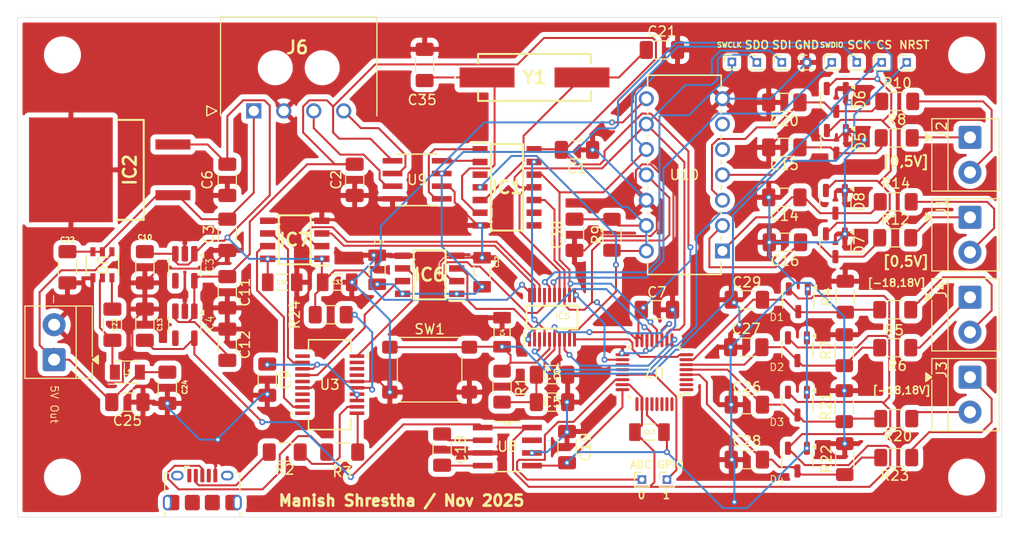
<source format=kicad_pcb>
(kicad_pcb (version 20241229) (generator "pcbnew") (generator_version "9.0")
  (layers (0 "F.Cu" signal) (2 "B.Cu" signal) (13 "F.Paste" user) (15 "B.Paste" user) (5 "F.SilkS" user "F.Silkscreen") (7 "B.SilkS" user "B.Silkscreen") (1 "F.Mask" user) (3 "B.Mask" user) (25 "Edge.Cuts" user))
  (net 0 "")
  (net 1 "+12V")
  (net 2 "+5V")
  (net 3 "Net-(U3-3V3OUT)")
  (net 4 "NRST")
  (net 5 "/5V out")
  (net 6 "Net-(U8-C1+)")
  (net 9 "-2V5")
  (net 10 "+3V3")
  (net 11 "Net-(U0-BST)")
  (net 12 "+2V5")
  (net 13 "Net-(U3-USBDM)")
  (net 14 "Net-(U3-USBDP)")
  (net 15 "CS_CAN")
  (net 16 "UART0_RX")
  (net 17 "CS_ADC4")
  (net 18 "UART0_CTS")
  (net 19 "Net-(U0-SW)")
  (net 20 "ADC_DRDY")
  (net 21 "Net-(IC5-PA20_{slash}_A6_{slash}_SWCLK)")
  (net 22 "ADC_RESET")
  (net 23 "UART0_TX")
  (net 24 "EXTERNAL_CS")
  (net 25 "UART0_RTS")
  (net 26 "Net-(IC5-PA19_{slash}_SWDIO)")
  (net 27 "Net-(D1-COM)")
  (net 36 "Net-(D2-COM)")
  (net 37 "Net-(D3-COM)")
  (net 38 "Net-(D4-COM)")
  (net 39 "Net-(D5-COM)")
  (net 40 "Net-(D6-COM)")
  (net 41 "Net-(D7-COM)")
  (net 42 "Net-(D8-COM)")
  (net 45 "Net-(IC1-TXCAN)")
  (net 46 "Net-(IC1-RXCAN)")
  (net 48 "Net-(IC1-OSC1)")
  (net 49 "ADC_START")
  (net 50 "Net-(J1-Pin_2)")
  (net 51 "Net-(J1-Pin_1)")
  (net 52 "Net-(J2-Pin_1)")
  (net 53 "Net-(J2-Pin_2)")
  (net 54 "Net-(J3-Pin_2)")
  (net 55 "Net-(J3-Pin_1)")
  (net 56 "Net-(J4-Pin_2)")
  (net 57 "Net-(J4-Pin_1)")
  (net 58 "Net-(J16-D+)")
  (net 61 "Net-(J16-D-)")
  (net 70 "CS_ADC8")
  (net 71 "Net-(U3-VCC)")
  (net 74 "UART0_TX_ISOLA")
  (net 78 "UART0_RX_ISOLA")
  (net 82 "UART0_CTS_ISOLA")
  (net 86 "CAN_L")
  (net 87 "CAN_H")
  (net 90 "Net-(U8-C1-)")
  (net 91 "UART0_RTS_ISOLA")
  (net 92 "Net-(U7-GPIO0)")
  (net 93 "Net-(U7-GPIO1)")
  (net 95 "Net-(IC1-OSC2)")
  (net 96 "SCK")
  (net 97 "SDO")
  (net 98 "CAN_FD_INT")
  (net 99 "SDI")
  (net 100 "GND")
  (footprint "Resistor_SMD:R_1206_3216Metric_Pad1.30x1.75mm_HandSolder" (layer "F.Cu") (at 217.95 93.8 180)
    (property "Reference" "R23")
    (property "Value" "~62k" (hide yes))
  )
  (footprint "Capacitor_SMD:C_1206_3216Metric_Pad1.33x1.80mm_HandSolder" (layer "F.Cu") (at 186 63 180)
    (property "Reference" "C1")
    (property "Value" "0.1uF" (hide yes))
  )
  (footprint "ADC2_AND_4:CAPC3216X100N" (layer "F.Cu") (at 193.25 91.25 180)
    (property "Reference" "C17")
    (property "Value" "330nF" (hide yes))
  )
  (footprint "Capacitor_SMD:C_1206_3216Metric_Pad1.33x1.80mm_HandSolder" (layer "F.Cu") (at 172.5 93 -90)
    (property "Reference" "C18")
    (property "Value" "47µF")
  )
  (footprint "TerminalBlock_MetzConnect:TerminalBlock_MetzConnect_Type059_RT06302HBWC_1x02_P3.50mm_Horizontal" (layer "F.Cu") (at 225.3325 61.75 -90)
    (property "Reference" "J2")
    (property "Value" "Screw_Terminal_01x02" (hide yes))
  )
  (footprint "Capacitor_SMD:C_1206_3216Metric_Pad1.33x1.80mm_HandSolder" (layer "F.Cu") (at 194.5 53)
    (property "Reference" "C21")
    (property "Value" "47pF")
  )
  (footprint "LV-Sensor-Footprints-Lib:SOIC127P600X175-8N" (layer "F.Cu") (at 171.25 75.5 180)
    (property "Reference" "IC6")
    (property "Value" "ISO6721BDR" (hide yes))
  )
  (footprint "Capacitor_SMD:C_1206_3216Metric_Pad1.33x1.80mm_HandSolder" (layer "F.Cu") (at 135 74.75 -90)
    (property "Reference" "C22")
    (property "Value" "10uF" (hide yes))
  )
  (footprint "Capacitor_SMD:C_1206_3216Metric_Pad1.33x1.80mm_HandSolder" (layer "F.Cu") (at 185 92.75 -90)
    (property "Reference" "C19")
    (property "Value" "47µF")
  )
  (footprint "Resistor_SMD:R_1206_3216Metric_Pad1.30x1.75mm_HandSolder" (layer "F.Cu") (at 156.75 93.25)
    (property "Reference" "R2")
    (property "Value" "27R" (hide yes))
  )
  (footprint "LV-Sensor-Footprints-Lib:SSOP-20_FTD" (layer "F.Cu") (at 161.25 86.5)
    (property "Reference" "U3")
    (property "Value" "FT231XS-R" (hide yes))
  )
  (footprint "LV-Sensor-Footprints-Lib:AP6320xWU-7_DIO" (layer "F.Cu") (at 138.5 74.5 -90)
    (property "Reference" "U0")
    (property "Value" "AP63205WU-7" (hide yes))
  )
  (footprint "Package_TO_SOT_SMD:SOT-23-3" (layer "F.Cu") (at 211.9625 62.2 -90)
    (property "Reference" "D5")
    (property "Value" "BAT54S" (hide yes))
  )
  (footprint "Resistor_SMD:R_1206_3216Metric_Pad1.30x1.75mm_HandSolder" (layer "F.Cu") (at 218.05 58.15)
    (property "Reference" "R10")
    (property "Value" "20k" (hide yes))
  )
  (footprint "Connector_PinHeader_1.00mm:PinHeader_1x01_P1.00mm_Vertical" (layer "F.Cu") (at 214 54.25)
    (property "Reference" "TP10" (hide yes))
    (property "Value" "TestPoint" (hide yes))
  )
  (footprint "Package_TO_SOT_SMD:SOT-23-3" (layer "F.Cu") (at 211.95 58 -90)
    (property "Reference" "D6")
    (property "Value" "BAT54S" (hide yes))
  )
  (footprint "Capacitor_SMD:C_1206_3216Metric_Pad1.33x1.80mm_HandSolder" (layer "F.Cu") (at 139.5 80.5 -90)
    (property "Reference" "C23")
    (property "Value" "0.1uF" (hide yes))
  )
  (footprint "Package_TO_SOT_SMD:SOT-23-3" (layer "F.Cu") (at 208.0625 88.4 -90)
    (property "Reference" "D3")
    (property "Value" "BAT54S" (hide yes))
  )
  (footprint "Package_TO_SOT_SMD:SOT-23-3" (layer "F.Cu") (at 208.0625 82.95 -90)
    (property "Reference" "D2")
    (property "Value" "BAT54S" (hide yes))
  )
  (footprint "TerminalBlock_MetzConnect:TerminalBlock_MetzConnect_Type059_RT06302HBWC_1x02_P3.50mm_Horizontal" (layer "F.Cu") (at 133.6675 84 90)
    (property "Reference" "J5" (hide yes))
    (property "Value" "Screw_Terminal_01x02" (hide yes))
  )
  (footprint "TerminalBlock_MetzConnect:TerminalBlock_MetzConnect_Type059_RT06302HBWC_1x02_P3.50mm_Horizontal" (layer "F.Cu") (at 225.3325 77.75 -90)
    (property "Reference" "J4")
    (property "Value" "Screw_Terminal_01x02" (hide yes))
  )
  (footprint "ADC2_AND_4:CAPC3216X140N" (layer "F.Cu") (at 178.5 81.25 -90)
    (property "Reference" "C4")
    (property "Value" "0.01 uF" (hide yes))
  )
  (footprint "Capacitor_SMD:C_1206_3216Metric_Pad1.33x1.80mm_HandSolder" (layer "F.Cu") (at 155 86 -90)
    (property "Reference" "C9")
    (property "Value" "0.1uF")
  )
  (footprint "Package_TO_SOT_SMD:SOT-23-3" (layer "F.Cu") (at 211.8625 72.55 -90)
    (property "Reference" "D7")
    (property "Value" "BAT54S" (hide yes))
  )
  (footprint "MountingHole:MountingHole_3.2mm_M3" (layer "F.Cu") (at 225 53.5 90)
    (property "Reference" "H2" (hide yes))
    (property "Value" "MountingHole" (hide yes))
  )
  (footprint "LV-Sensor-Footprints-Lib:SOIC8_4P9X3P9MC_MCH" (layer "F.Cu") (at 170 66 180)
    (property "Reference" "U9")
    (property "Value" "ATA6561-GAQW-N" (hide yes))
  )
  (footprint "Capacitor_SMD:C_1206_3216Metric_Pad1.33x1.80mm_HandSolder" (layer "F.Cu") (at 142.75 74.75 90)
    (property "Reference" "C10")
    (property "Value" "1uF" (hide yes))
  )
  (footprint "Package_TO_SOT_SMD:SOT-23-3" (layer "F.Cu") (at 208.0625 94 -90)
    (property "Reference" "D4")
    (property "Value" "BAT54S" (hide yes))
  )
  (footprint "Resistor_SMD:R_1206_3216Metric_Pad1.30x1.75mm_HandSolder" (layer "F.Cu") (at 217.95 89.9)
    (property "Reference" "R20")
    (property "Value" "~62k" (hide yes))
  )
  (footprint "LV-Sensor-Footprints-Lib:M08A" (layer "F.Cu") (at 179.02825 92.6996)
    (property "Reference" "U8")
    (property "Value" "LM2662MX/NOPB" (hide yes))
  )
  (footprint "Capacitor_SMD:C_1206_3216Metric_Pad1.33x1.80mm_HandSolder" (layer "F.Cu") (at 203 88.5 180)
    (property "Reference" "C26")
    (property "Value" "0.1uF" (hide yes))
  )
  (footprint "Resistor_SMD:R_1206_3216Metric_Pad1.30x1.75mm_HandSolder" (layer "F.Cu") (at 217.85 82.8 180)
    (property "Reference" "R6")
    (property "Value" "~62k" (hide yes))
  )
  (footprint "Connector_PinHeader_1.00mm:PinHeader_1x01_P1.00mm_Vertical" (layer "F.Cu") (at 209 54.25)
    (property "Reference" "TP5" (hide yes))
    (property "Value" "TestPoint" (hide yes))
  )
  (footprint "Resistor_SMD:R_1206_3216Metric_Pad1.30x1.75mm_HandSolder" (layer "F.Cu") (at 212.75 88.65 90)
    (property "Reference" "R21")
    (property "Value" "10k" (hide yes))
  )
  (footprint "Capacitor_SMD:C_1206_3216Metric_Pad1.33x1.80mm_HandSolder" (layer "F.Cu") (at 206.75 58.25 180)
    (property "Reference" "C20")
    (property "Value" "0.1uF" (hide yes))
  )
  (footprint "Connector_PinHeader_1.00mm:PinHeader_1x01_P1.00mm_Vertical" (layer "F.Cu") (at 211.5 54.25)
    (property "Reference" "TP2" (hide yes))
    (property "Value" "TestPoint" (hide yes))
  )
  (footprint "Connector_PinHeader_1.00mm:PinHeader_1x01_P1.00mm_Vertical" (layer "F.Cu") (at 216.5 54.25)
    (property "Reference" "TP7" (hide yes))
    (property "Value" "TestPoint" (hide yes))
  )
  (footprint "Resistor_SMD:R_1206_3216Metric_Pad1.30x1.75mm_HandSolder" (layer "F.Cu") (at 212.8 93.95 90)
    (property "Reference" "R22")
    (property "Value" "10k" (hide yes))
  )
  (footprint "LV-Sensor-Footprints-Lib:SOIC127P600X175-8N" (layer "F.Cu") (at 157.75 72 180)
    (property "Reference" "IC7")
    (property "Value" "ISO6721BDR" (hide yes))
  )
  (footprint "Capacitor_SMD:C_1206_3216Metric_Pad1.33x1.80mm_HandSolder" (layer "F.Cu") (at 142.75 80.5 90)
    (property "Reference" "C13")
    (property "Value" "1uF" (hide yes))
  )
  (footprint "Button_Switch_SMD:SW_SPST_PTS645Sx43SMTR92" (layer "F.Cu") (at 171.25 85)
    (property "Reference" "SW1")
    (property "Value" "SW_Push" (hide yes))
  )
  (footprint "TerminalBlock_MetzConnect:TerminalBlock_MetzConnect_Type059_RT06302HBWC_1x02_P3.50mm_Horizontal" (layer "F.Cu") (at 225.3325 69.75 -90)
    (property "Reference" "J1")
    (property "Value" "Screw_Terminal_01x02" (hide yes))
  )
  (footprint "Resistor_SMD:R_1206_3216Metric_Pad1.30x1.75mm_HandSolder" (layer "F.Cu") (at 178.5 86.699999 -90)
    (property "Reference" "R1")
    (property "Value" "47.5k" (hide yes))
  )
  (footprint "Capacitor_SMD:C_1206_3216Metric_Pad1.33x1.80mm_HandSolder" (layer "F.Cu") (at 206.75 62.75)
    (property "Reference" "C15")
    (property "Value" "0.1uF" (hide yes))
  )
  (footprint "Resistor_SMD:R_1206_3216Metric_Pad1.30x1.75mm_HandSolder" (layer "F.Cu") (at 162.5 93.25)
    (property "Reference" "R3")
    (property "Value" "27R" (hide yes))
  )
  (footprint "Connector_USB:USB_Micro-B_Amphenol_10118194-0001LF_Horizontal" (layer "F.Cu") (at 148.5 97)
    (property "Reference" "J16" (hide yes))
    (property "Value" "USB_B_Micro" (hide yes))
  )
  (footprint "Capacitor_SMD:C_1206_3216Metric_Pad1.33x1.80mm_HandSolder" (layer "F.Cu") (at 203 78 180)
    (property "Reference" "C29")
    (property "Value" "0.1uF" (hide yes))
  )
  (footprint "Resistor_SMD:R_1206_3216Metric_Pad1.30x1.75mm_HandSolder" (layer "F.Cu") (at 212.85 77.7 90)
    (property "Reference" "R4")
    (property "Value" "10k" (hide yes))
  )
  (footprint "Inductor_SMD:L_TDK_NLV25_2.5x2.0mm" (layer "F.Cu") (at 141 85.25 180)
    (property "Reference" "L1")
    (property "Value" "4.7uH" (hide yes))
  )
  (footprint "Connector_PinHeader_1.00mm:PinHeader_1x01_P1.00mm_Vertical" (layer "F.Cu") (at 195 96)
    (property "Reference" "ADC GPIO")
    (property "Value" "TestPoint" (hide yes))
  )
  (footprint "Resistor_SMD:R_1206_3216Metric_Pad1.30x1.75mm_HandSolder" (layer "F.Cu") (at 161.35 79.5)
    (property "Reference" "R24")
    (property "Value" "10k")
  )
  (footprint "Capacitor_SMD:C_1206_3216Metric_Pad1.33x1.80mm_HandSolder" (layer "F.Cu") (at 151 71.5 90)
    (property "Reference" "C3")
    (property "Value" "10uF" (hide yes))
  )
  (footprint "Capacitor_SMD:C_1206_3216Metric_Pad1.33x1.80mm_HandSolder" (layer "F.Cu") (at 203 94)
    (property "Reference" "C28")
    (property "Value" "0.1uF" (hide yes))
  )
  (footprint "Capacitor_SMD:C_1206_3216Metric_Pad1.33x1.80mm_HandSolder" (layer "F.Cu") (at 151 82.5 90)
    (property "Reference" "C12")
    (property "Value" "1uF" (hide yes))
  )
  (footprint "Resistor_SMD:R_1206_3216Metric_Pad1.30x1.75mm_HandSolder" (layer "F.Cu") (at 189.5 71.5 -90)
    (property "Reference" "R9")
    (property "Value" "20k")
  )
  (footprint "ADC2_AND_4:CAPC3216X140N" (layer "F.Cu") (at 166 75 -90)
    (property "Reference" "C31")
    (property "Value" "0.01uF" (hide yes))
  )
  (footprint "LV-Sensor-Footprints-Lib:SOP50P490X110-20N" (layer "F.Cu") (at 183.5 79.75 90)
    (property "Reference" "IC5")
    (property "Value" "MSPM0C1104SDGS20R" (hide yes))
  )
  (footprint "Capacitor_SMD:C_1206_3216Metric_Pad1.33x1.80mm_HandSolder" (layer "F.Cu") (at 183.5 88.25)
    (property "Reference" "C5")
    (property "Value" "10uF" (hide yes))
  )
  (footprint "TerminalBlock_MetzConnect:TerminalBlock_MetzConnect_Type059_RT06302HBWC_1x02_P3.50mm_Horizontal" (layer "F.Cu") (at 225.3325 85.75 -90)
    (property "Reference" "J3")
    (property "Value" "Screw_Terminal_01x02" (hide yes))
  )
  (footprint "Capacitor_SMD:C_1206_3216Metric_Pad1.33x1.80mm_HandSolder" (layer "F.Cu") (at 206.8125 72.25 180)
    (property "Reference" "C16")
    (property "Value" "0.1uF" (hide yes))
  )
  (footprint "LV-Sensor-Footprints-Lib:PBS0032A_N" (layer "F.Cu") (at 193.75 85.25 180)
    (property "Reference" "U7")
    (property "Value" "ADS114S06BIPBSR" (hide yes))
  )
  (footprint "ADC2_AND_4:CAPC3216X140N" (layer "F.Cu") (at 176.5 75.25 -90)
    (property "Reference" "C32")
    (property "Value" "0.01uF" (hide yes))
  )
  (footprint "MountingHole:MountingHole_3.2mm_M3" (layer "F.Cu") (at 225 95.75 90)
    (property "Reference" "H3" (hide yes))
    (property "Value" "MountingHole" (hide yes))
  )
  (footprint "Capacitor_SMD:C_1206_3216Metric_Pad1.33x1.80mm_HandSolder" (layer "F.Cu") (at 145 86.8125 90)
    (property "Reference" "C24")
    (property "Value" "22uF" (hide yes))
  )
  (footprint "Capacitor_SMD:C_1206_3216Metric_Pad1.33x1.80mm_HandSolder" (layer "F.Cu") (at 183.5 85.5)
    (property "Reference" "C8")
    (property "Value" "0.1uF")
  )
  (footprint "Package_TO_SOT_SMD:SOT-23-5_HandSoldering" (layer "F.Cu") (at 146.75 80.5 -90)
    (property "Reference" "IC4")
    (property "Value" "TLV74125PDBVR" (hide yes))
  )
  (footprint "Capacitor_SMD:C_1206_3216Metric_Pad1.33x1.80mm_HandSolder" (layer "F.Cu") (at 170.75 54.5 90)
    (property "Reference" "C35")
    (property "Value" "47pF")
  )
  (footprint "Package_TO_SOT_SMD:SOT-23-3" (layer "F.Cu") (at 211.8625 68.2 -90)
    (property "Reference" "D8")
    (property "Value" "BAT54S" (hide yes))
  )
  (footprint "Package_TO_SOT_SMD:SOT-23-5_HandSoldering" (layer "F.Cu") (at 146.75 74.75 -90)
    (property "Reference" "IC3")
    (property "Value" "TLV74133PDBVR" (hide yes))
  )
  (footprint "ADC2_AND_4:CAPC3216X140N" (layer "F.Cu") (at 156.5 76.25 180)
    (property "Reference" "C34")
    (property "Value" "0.01uF" (hide yes))
  )
  (footprint "Resistor_SMD:R_1206_3216Metric_Pad1.30x1.75mm_HandSolder" (layer "F.Cu") (at 217.85 71.8)
    (property "Reference" "R12")
    (property "Value" "20k" (hide yes))
  )
  (footprint "Connector_PinHeader_1.00mm:PinHeader_1x01_P1.00mm_Vertical" (layer "F.Cu") (at 192.5 96)
    (property "Reference" "TP3" (hide yes))
    (property "Value" "TestPoint" (hide yes))
  )
  (footprint "Resistor_SMD:R_1206_3216Metric_Pad1.30x1.75mm_HandSolder" (layer "F.Cu") (at 212.75 83.05 90)
    (property "Reference" "R7")
    (property "Value" "10k" (hide yes))
  )
  (footprint "Package_TO_SOT_SMD:SOT-23-3" (layer "F.Cu") (at 208.15 78.05 -90)
    (property "Reference" "D1")
    (property "Value" "BAT54S" (hide yes))
  )
  (footprint "LV-Sensor-Footprints-Lib:830017146" (layer "F.Cu") (at 181.75 55.75)
    (property "Reference" "Y1")
    (property "Value" "830017146" (hide yes))
  )
  (footprint "Connector_PinHeader_1.00mm:PinHeader_1x01_P1.00mm_Vertical" (layer "F.Cu") (at 204 54.25)
    (property "Reference" "SDO")
    (property "Value" "TestPoint" (hide yes))
  )
  (footprint "Capacitor_SMD:C_1206_3216Metric_Pad1.33x1.80mm_HandSolder" (layer "F.Cu") (at 206.75 67.75 180)
    (property "Reference" "C14")
    (property "Value" "0.1uF" (hide yes))
  )
  (footprint "MountingHole:MountingHole_3.2mm_M3" (layer "F.Cu") (at 134.5 53.5 -90)
    (property "Reference" "H1" (hide yes))
    (property "Value" "MountingHole" (hide yes))
  )
  (footprint "Connector_PinHeader_1.00mm:PinHeader_1x01_P1.00mm_Vertical" (layer "F.Cu") (at 206.5 54.25)
    (property "Reference" "TP9" (hide yes))
    (property "Value" "TestPoint" (hide yes))
  )
  (footprint "Connector_PinHeader_1.00mm:PinHeader_1x01_P1.00mm_Vertical" (layer "F.Cu") (at 219 54.25)
    (property "Reference" "TP6" (hide yes))
    (property "Value" "TestPoint" (hide yes))
  )
  (footprint "Capacitor_SMD:C_1206_3216Metric_Pad1.33x1.80mm_HandSolder" (layer "F.Cu") (at 194 79 180)
    (property "Reference" "C7")
    (property "Value" "0.1uF" (hide yes))
  )
  (footprint "LV-Sensor-Footprints-Lib:MC7805CD2TR4G" (layer "F.Cu") (at 139.5 65 90)
    (property "Reference" "IC2")
    (property "Value" "MC7805CD2TR4G" (hide yes))
  )
  (footprint "MountingHole:MountingHole_3.2mm_M3" (layer "F.Cu") (at 134.5 95.75 -90)
    (property "Reference" "H4" (hide yes))
    (property "Value" "MountingHole" (hide yes))
  )
  (footprint "Resistor_SMD:R_1206_3216Metric_Pad1.30x1.75mm_HandSolder" (layer "F.Cu") (at 218 61.8)
    (property "Reference" "R8")
    (property "Value" "20k" (hide yes))
  )
  (footprint "Resistor_SMD:R_1206_3216Metric_Pad1.30x1.75mm_HandSolder" (layer "F.Cu") (at 217.9 68.2)
    (property "Reference" "R14")
    (property "Value" "20k" (hide yes))
  )
  (footprint "Capacitor_SMD:C_1206_3216Metric_Pad1.33x1.80mm_HandSolder" (layer "F.Cu") (at 151 66 -90)
    (property "Reference" "C6")
    (property "Value" "10uF" (hide yes))
  )
  (footprint "Capacitor_SMD:C_1206_3216Metric_Pad1.33x1.80mm_HandSolder" (layer "F.Cu") (at 185.75 71.5 -90)
    (property "Reference" "C30")
    (property "Value" "0.1uF" (hide yes))
  )
  (footprint "Capacitor_SMD:C_1206_3216Metric_Pad1.33x1.80mm_HandSolder" (layer "F.Cu") (at 163.75 66 90)
    (property "Reference" "C2")
    (property "Value" "0.1uF" (hide yes))
  )
  (footprint "Capacitor_SMD:C_1206_3216Metric_Pad1.33x1.80mm_HandSolder" (layer "F.Cu") (at 151 77.25 -90)
    (property "Reference" "C11")
    (property "Value" "1uF" (hide yes))
  )
  (footprint "Connector_PinHeader_1.00mm:PinHeader_1x01_P1.00mm_Vertical" (layer "F.Cu") (at 201.5 54.2)
    (property "Reference" "TP1" (hide yes))
    (property "Value" "TestPoint" (hide yes))
  )
  (footprint "ADC2_AND_4:CAN_FD_SOIC127P600X175-14N" (layer "F.Cu") (at 179 66.75)
    (property "Reference" "IC1")
    (property "Value" "MCP2517FDT-H_SL" (hide yes))
  )
  (footprint "ADC2_AND_4:CAPC3216X140N" (layer "F.Cu") (at 162 76.25 180)
    (property "Reference" "C33")
    (property "Value" "0.01uF" (hide yes))
  )
  (footprint "Resistor_SMD:R_1206_3216Metric_Pad1.30x1.75mm_HandSolder" (layer "F.Cu") (at 217.85 79)
    (property "Reference" "R5")
    (property "Value" "~62k" (hide yes))
  )
  (footprint "Capacitor_SMD:C_1206_3216Metric_Pad1.33x1.80mm_HandSolder" (layer "F.Cu") (at 202.9375 82.75)
    (property "Reference" "C27")
    (property "Value" "0.1uF" (hide yes))
  )
  (footprint "ADC2_AND_4:PDIP14_300MC_MCH" (layer "F.Cu") (at 200.56 73.12 180)
    (property "Reference" "U10")
    (property "Value" "MCP3204-CI/P" (hide yes))
  )
  (footprint "Capacitor_SMD:C_1206_3216Metric_Pad1.33x1.80mm_HandSolder" (layer "F.Cu") (at 141 88.25 180)
    (property "Reference" "C25")
    (property "Value" "22uF" (hide yes))
  )
  (footprint "LV-Sensor-Footprints-Lib:43650-04_00,01,02_" (layer "F.Cu") (at 153.65 59.1004 180)
    (property "Reference" "J6")
    (property "Value" "43650-0401" (hide yes))
  )
  (gr_rect (start 130 49.75) (end 228.5 99.75) (stroke (width 0.05)) (fill no) (layer "Edge.Cuts"))
  (gr_text "Manish Shrestha / Nov 2025" (at 156 98.75 0) (layer "F.SilkS") (effects (font (size 1.1 1.1) (thickness 0.275) (bold yes)) (justify left bottom)))
  (gr_text "[0,5V]" (at 216.5 64.75 0) (layer "F.SilkS") (effects (font (size 1 1) (thickness 0.2) (bold yes)) (justify left bottom)))
  (gr_text "[-18,18V]" (at 215 76.75 0) (layer "F.SilkS") (effects (font (size 0.75 0.75) (thickness 0.15) (bold yes)) (justify left bottom)))
  (gr_text "5V Out" (at 133.25 86.5 270) (layer "F.SilkS") (effects (font (size 0.75 0.75) (thickness 0.09375)) (justify left bottom)))
  (gr_text "[-18,18V]" (at 215.5 87.5 0) (layer "F.SilkS") (effects (font (size 0.75 0.75) (thickness 0.15) (bold yes)) (justify left bottom)))
  (gr_text "NRST" (at 219.75 52.5 0) (layer "F.SilkS") (effects (font (size 0.8 0.8))))
  (gr_text "[0,5V]" (at 216.5 74.75 0) (layer "F.SilkS") (effects (font (size 1 1) (thickness 0.2) (bold yes)) (justify left bottom)))
  (gr_text "SWDIO" (at 211.5 52.5 0) (layer "F.SilkS") (effects (font (size 0.5 0.5) (thickness 0.125))))
  (gr_text "SDI" (at 206.5 52.5 0) (layer "F.SilkS") (effects (font (size 0.8 0.8))))
  (gr_text "1" (at 194.5 98 0) (layer "F.SilkS") (effects (font (size 0.75 0.75) (thickness 0.15) (bold yes)) (justify left bottom)))
  (gr_text "SWCLK" (at 201.25 52.5 0) (layer "F.SilkS") (effects (font (size 0.5 0.5) (thickness 0.125))))
  (gr_text "0" (at 192 98 0) (layer "F.SilkS") (effects (font (size 0.75 0.75) (thickness 0.15) (bold yes)) (justify left bottom)))
  (gr_text "SCK" (at 214.25 52.5 0) (layer "F.SilkS") (effects (font (size 0.8 0.8))))
  (gr_text "CS" (at 216.75 52.5 0) (layer "F.SilkS") (effects (font (size 0.8 0.8))))
  (gr_text "GND" (at 209 52.5 0) (layer "F.SilkS") (effects (font (size 0.8 0.8))))
  (gr_text "-" (at 134.1175 78.63 90) (layer "F.SilkS") (effects (font (size 1 1) (thickness 0.1)) (justify left bottom)))
  (segment (start 153.65 67.2875) (end 153.65 59.1004) (width 0.2) (layer "F.Cu") (net 1))
  (segment (start 143.9614 67.54) (end 145.559 67.54) (width 0.2) (layer "F.Cu") (net 1))
  (segment (start 148.4375 69.9375) (end 151 69.9375) (width 0.2) (layer "F.Cu") (net 1))
  (segment (start 138.5 73.19825) (end 138.5 73.0014) (width 0.2) (layer "F.Cu") (net 1))
  (segment (start 145.559 67.54) (end 146.04 67.54) (width 0.2) (layer "F.Cu") (net 1))
  (segment (start 137.539249 73.1875) (end 137.549999 73.19825) (width 0.2) (layer "F.Cu") (net 1))
  (segment (start 138.5 73.0014) (end 143.9614 67.54) (width 0.2) (layer "F.Cu") (net 1))
  (segment (start 135 73.1875) (end 137.539249 73.1875) (width 0.2) (layer "F.Cu") (net 1))
  (segment (start 137.549999 73.19825) (end 138.5 73.19825) (width 0.2) (layer "F.Cu") (net 1))
  (segment (start 151 69.9375) (end 153.65 67.2875) (width 0.2) (layer "F.Cu") (net 1))
  (segment (start 146.04 67.54) (end 148.4375 69.9375) (width 0.2) (layer "F.Cu") (net 1))
  (segment (start 217.301 69.06016) (end 217.301 67.33984) (width 0.2) (layer "F.Cu") (net 2))
  (segment (start 216.46116 60) (end 212.391968 60) (width 0.2) (layer "F.Cu") (net 2))
  (segment (start 216.23058 66.26942) (end 217.401 65.099) (width 0.2) (layer "F.Cu") (net 2))
  (segment (start 160.547 76.25) (end 160.547 76.703) (width 0.2) (layer "F.Cu") (net 2))
  (segment (start 151 59.6284) (end 151 64.4375) (width 0.2) (layer "F.Cu") (net 2))
  (segment (start 150.68716 72.099) (end 149.001 72.099) (width 0.2) (layer "F.Cu") (net 2))
  (segment (start 155.25 58.5784) (end 154.711 58.0394) (width 0.2) (layer "F.Cu") (net 2))
  (segment (start 155.047 76.25) (end 155.047 73.913) (width 0.2) (layer "F.Cu") (net 2))
  (segment (start 147.7 73.4) (end 147.7 73.88999) (width 0.2) (layer "F.Cu") (net 2))
  (segment (start 216.23058 66.26942) (end 216.06016 66.099) (width 0.2) (layer "F.Cu") (net 2))
  (segment (start 160.547 76.047) (end 160.461 75.961) (width 0.2) (layer "F.Cu") (net 2))
  (segment (start 149.0225 62.46) (end 151 64.4375) (width 0.2) (layer "F.Cu") (net 2))
  (segment (start 161.733 75.064) (end 164.611 75.064) (width 0.2) (layer "F.Cu") (net 2))
  (segment (start 217.451 57.28984) (end 216.06016 55.899) (width 0.2) (layer "F.Cu") (net 2))
  (segment (start 154.711 58.0394) (end 152.589 58.0394) (width 0.2) (layer "F.Cu") (net 2))
  (segment (start 145.8 74.179999) (end 145.8 73.4) (width 0.2) (layer "F.Cu") (net 2))
  (segment (start 145.559 62.46) (end 149.0225 62.46) (width 0.2) (layer "F.Cu") (net 2))
  (segment (start 211.329468 61.0625) (end 211.0125 61.0625) (width 0.2) (layer "F.Cu") (net 2))
  (segment (start 147.7 73.88999) (end 147.10899 74.481) (width 0.2) (layer "F.Cu") (net 2))
  (segment (start 166 76.453) (end 166 76.5) (width 0.2) (layer "F.Cu") (net 2))
  (segment (start 160.547 76.25) (end 161.733 75.064) (width 0.2) (layer "F.Cu") (net 2))
  (segment (start 217.301 67.33984) (end 216.23058 66.26942) (width 0.2) (layer "F.Cu") (net 2))
  (segment (start 189.57 73.12) (end 189.5 73.05) (width 0.2) (layer "F.Cu") (net 2))
  (segment (start 216.60558 60.14442) (end 216.46116 60) (width 0.2) (layer "F.Cu") (net 2))
  (segment (start 185.7625 69.95) (end 185.75 69.9375) (width 0.2) (layer "F.Cu") (net 2))
  (segment (start 142.9625 73.4) (end 142.75 73.1875) (width 0.2) (layer "F.Cu") (net 2))
  (segment (start 159.8 77.45) (end 159.8 79.5) (width 0.2) (layer "F.Cu") (net 2))
  (segment (start 216.06016 66.099) (end 211.876 66.099) (width 0.2) (layer "F.Cu") (net 2))
  (segment (start 160.547 76.25) (end 160.547 76.047) (width 0.2) (layer "F.Cu") (net 2))
  (segment (start 216.06016 55.899) (end 211.9635 55.899) (width 0.2) (layer "F.Cu") (net 2))
  (segment (start 146.101001 74.481) (end 145.8 74.179999) (width 0.2) (layer "F.Cu") (net 2))
  (segment (start 211.876 66.099) (end 210.9125 67.0625) (width 0.2) (layer "F.Cu") (net 2))
  (segment (start 192.94 73.12) (end 189.57 73.12) (width 0.2) (layer "F.Cu") (net 2))
  (segment (start 160.461 75.961) (end 160.461 73.905) (width 0.2) (layer "F.Cu") (net 2))
  (segment (start 190.13 70.58) (end 192.94 70.58) (width 0.2) (layer "F.Cu") (net 2))
  (segment (start 212.391968 60) (end 211.329468 61.0625) (width 0.2) (layer "F.Cu") (net 2))
  (segment (start 160.547 76.703) (end 159.8 77.45) (width 0.2) (layer "F.Cu") (net 2))
  (segment (start 155.25 67.53616) (end 155.25 58.5784) (width 0.2) (layer "F.Cu") (net 2))
  (segment (start 211.9635 55.899) (end 211 56.8625) (width 0.2) (layer "F.Cu") (net 2))
  (segment (start 210.9125 71.4125) (end 212.024 70.301) (width 0.2) (layer "F.Cu") (net 2))
  (segment (start 152.589 58.0394) (end 151 59.6284) (width 0.2) (layer "F.Cu") (net 2))
  (segment (start 164.611 75.064) (end 166 76.453) (width 0.2) (layer "F.Cu") (net 2))
  (segment (start 189.5 69.95) (end 185.7625 69.95) (width 0.2) (layer "F.Cu") (net 2))
  (segment (start 189.5 69.95) (end 190.13 70.58) (width 0.2) (layer "F.Cu") (net 2))
  (segment (start 151.01808 71.76808) (end 155.25 67.53616) (width 0.2) (layer "F.Cu") (net 2))
  (segment (start 151.01808 71.76808) (end 150.68716 72.099) (width 0.2) (layer "F.Cu") (net 2))
  (segment (start 147.10899 74.481) (end 146.101001 74.481) (width 0.2) (layer "F.Cu") (net 2))
  (segment (start 145.8 73.4) (end 142.9625 73.4) (width 0.2) (layer "F.Cu") (net 2))
  (segment (start 217.401 60.93984) (end 216.60558 60.14442) (width 0.2) (layer "F.Cu") (net 2))
  (segment (start 155.047 73.913) (end 155.039 73.905) (width 0.2) (layer "F.Cu") (net 2))
  (segment (start 217.451 59.299) (end 217.451 57.28984) (width 0.2) (layer "F.Cu") (net 2))
  (segment (start 217.401 65.099) (end 217.401 60.93984) (width 0.2) (layer "F.Cu") (net 2))
  (segment (start 212.024 70.301) (end 216.06016 70.301) (width 0.2) (layer "F.Cu") (net 2))
  (segment (start 216.60558 60.14442) (end 217.451 59.299) (width 0.2) (layer "F.Cu") (net 2))
  (segment (start 216.06016 70.301) (end 217.301 69.06016) (width 0.2) (layer "F.Cu") (net 2))
  (segment (start 149.001 72.099) (end 147.7 73.4) (width 0.2) (layer "F.Cu") (net 2))
  (via (at 176.5 76.703) (size 0.6) (drill 0.3) (layers "F.Cu" "B.Cu") (net 2))
  (via (at 151.01808 71.76808) (size 0.6) (drill 0.3) (layers "F.Cu" "B.Cu") (net 2))
  (via (at 160.461 73.905) (size 0.6) (drill 0.3) (layers "F.Cu" "B.Cu") (net 2))
  (via (at 172.4638 65.365) (size 0.6) (drill 0.3) (layers "F.Cu" "B.Cu") (net 2))
  (via (at 166 76.453) (size 0.6) (drill 0.3) (layers "F.Cu" "B.Cu") (net 2))
  (via (at 216.06016 55.899) (size 0.6) (drill 0.3) (layers "F.Cu" "B.Cu") (net 2))
  (via (at 173.961 77.405) (size 0.6) (drill 0.3) (layers "F.Cu" "B.Cu") (net 2))
  (via (at 168.539 77.405) (size 0.6) (drill 0.3) (layers "F.Cu" "B.Cu") (net 2))
  (via (at 155.039 73.905) (size 0.6) (drill 0.3) (layers "F.Cu" "B.Cu") (net 2))
  (segment (start 217.476 53.524) (end 216.223 52.271) (width 0.2) (layer "B.Cu") (net 2))
  (segment (start 217.34384 55.10816) (end 217.476 54.976) (width 0.2) (layer "B.Cu") (net 2))
  (segment (start 216.06016 55.10816) (end 216.06016 55.899) (width 0.2) (layer "B.Cu") (net 2))
  (segment (start 190.101 58.099452) (end 190.101 60.498943) (width 0.2) (layer "B.Cu") (net 2))
  (segment (start 189.748943 60.851) (end 188.101 60.851) (width 0.2) (layer "B.Cu") (net 2))
  (segment (start 168.539 77.405) (end 173.961 77.405) (width 0.2) (layer "B.Cu") (net 2))
  (segment (start 166 76.453) (end 167.587 76.453) (width 0.2) (layer "B.Cu") (net 2))
  (segment (start 192.94 70.58) (end 191.0877 68.7277) (width 0.2) (layer "B.Cu") (net 2))
  (segment (start 155.039 73.905) (end 153.155 73.905) (width 0.2) (layer "B.Cu") (net 2))
  (segment (start 172.4638 65.365) (end 174.6208 63.208) (width 0.2) (layer "B.Cu") (net 2))
  (segment (start 174.6208 63.208) (end 185 63.208) (width 0.2) (layer "B.Cu") (net 2))
  (segment (start 217.476 54.976) (end 217.476 53.524) (width 0.2) (layer "B.Cu") (net 2))
  (segment (start 191.100226 57.100226) (end 190.225226 57.975226) (width 0.2) (layer "B.Cu") (net 2))
  (segment (start 176.5 76.703) (end 172.4638 72.6668) (width 0.2) (layer "B.Cu") (net 2))
  (segment (start 172.4638 72.6668) (end 172.4638 65.365) (width 0.2) (layer "B.Cu") (net 2))
  (segment (start 175.798 77.405) (end 176.5 76.703) (width 0.2) (layer "B.Cu") (net 2))
  (segment (start 191.0877 68.7277) (end 190.5197 68.7277) (width 0.2) (layer "B.Cu") (net 2))
  (segment (start 167.587 76.453) (end 168.539 77.405) (width 0.2) (layer "B.Cu") (net 2))
  (segment (start 155.039 73.905) (end 160.461 73.905) (width 0.2) (layer "B.Cu") (net 2))
  (segment (start 185 63.208) (end 185.568 63.208) (width 0.2) (layer "B.Cu") (net 2))
  (segment (start 188.101 60.851) (end 185.744 63.208) (width 0.2) (layer "B.Cu") (net 2))
  (segment (start 216.06016 55.10816) (end 217.34384 55.10816) (width 0.2) (layer "B.Cu") (net 2))
  (segment (start 153.155 73.905) (end 151.01808 71.76808) (width 0.2) (layer "B.Cu") (net 2))
  (segment (start 190.225226 57.975226) (end 190.101 58.099452) (width 0.2) (layer "B.Cu") (net 2))
  (segment (start 185.744 63.208) (end 185.568 63.208) (width 0.2) (layer "B.Cu") (net 2))
  (segment (start 173.961 77.405) (end 175.798 77.405) (width 0.2) (layer "B.Cu") (net 2))
  (segment (start 191.0877 57.112751) (end 191.100226 57.100226) (width 0.2) (layer "B.Cu") (net 2))
  (segment (start 192.94 73.12) (end 192.94 70.58) (width 0.2) (layer "B.Cu") (net 2))
  (segment (start 195.929452 52.271) (end 190.225226 57.975226) (width 0.2) (layer "B.Cu") (net 2))
  (segment (start 216.223 52.271) (end 195.929452 52.271) (width 0.2) (layer "B.Cu") (net 2))
  (segment (start 190.5197 68.7277) (end 185 63.208) (width 0.2) (layer "B.Cu") (net 2))
  (segment (start 190.101 60.498943) (end 189.748943 60.851) (width 0.2) (layer "B.Cu") (net 2))
  (segment (start 155 84.547) (end 155 84.5) (width 0.2) (layer "F.Cu") (net 3))
  (segment (start 163.97415 88.0875) (end 163.97415 87.4525) (width 0.2) (layer "F.Cu") (net 3))
  (segment (start 159.5875 84.9125) (end 160 84.5) (width 0.2) (layer "F.Cu") (net 3))
  (segment (start 158.52585 84.9125) (end 159.5875 84.9125) (width 0.2) (layer "F.Cu") (net 3))
  (via (at 163.97415 87.495301) (size 0.6) (drill 0.3) (layers "F.Cu" "B.Cu") (net 3))
  (via (at 155 84.5) (size 0.6) (drill 0.3) (layers "F.Cu" "B.Cu") (net 3))
  (via (at 160 84.5) (size 0.6) (drill 0.3) (layers "F.Cu" "B.Cu") (net 3))
  (segment (start 155 84.5) (end 160 84.5) (width 0.2) (layer "B.Cu") (net 3))
  (segment (start 160 84.5) (end 160.978849 84.5) (width 0.2) (layer "B.Cu") (net 3))
  (segment (start 160.978849 84.5) (end 163.97415 87.495301) (width 0.2) (layer "B.Cu") (net 3))
  (segment (start 179.350998 84.299) (end 178.5 85.149998) (width 0.2) (layer "F.Cu") (net 4))
  (segment (start 175.277 82.703) (end 175.23 82.75) (width 0.2) (layer "F.Cu") (net 4))
  (segment (start 179.350998 84.299) (end 179.350998 83.553998) (width 0.2) (layer "F.Cu") (net 4))
  (segment (start 181.8775 84.299) (end 179.350998 84.299) (width 0.2) (layer "F.Cu") (net 4))
  (segment (start 183.25 82.9265) (end 181.8775 84.299) (width 0.2) (layer "F.Cu") (net 4))
  (segment (start 183.25 81.962) (end 183.25 82.9265) (width 0.2) (layer "F.Cu") (net 4))
  (segment (start 175.23 82.75) (end 167.27 82.75) (width 0.2) (layer "F.Cu") (net 4))
  (segment (start 178.5 82.703) (end 175.277 82.703) (width 0.2) (layer "F.Cu") (net 4))
  (segment (start 179.350998 83.553998) (end 178.5 82.703) (width 0.2) (layer "F.Cu") (net 4))
  (via (at 178.5 82.703) (size 0.6) (drill 0.3) (layers "F.Cu" "B.Cu") (net 4))
  (segment (start 201.6103 77.556743) (end 196.165043 83.002) (width 0.2) (layer "B.Cu") (net 4))
  (segment (start 183.144692 85.403) (end 180.444692 82.703) (width 0.2) (layer "B.Cu") (net 4))
  (segment (start 207 64.099) (end 201.6103 69.4887) (width 0.2) (layer "B.Cu") (net 4))
  (segment (start 213.75 62.25) (end 211.901 64.099) (width 0.2) (layer "B.Cu") (net 4))
  (segment (start 211.901 64.099) (end 207 64.099) (width 0.2) (layer "B.Cu") (net 4))
  (segment (start 195.8822 83.002) (end 193.4812 85.403) (width 0.2) (layer "B.Cu") (net 4))
  (segment (start 196.165043 83.002) (end 195.8822 83.002) (width 0.2) (layer "B.Cu") (net 4))
  (segment (start 193.4812 85.403) (end 183.144692 85.403) (width 0.2) (layer "B.Cu") (net 4))
  (segment (start 180.444692 82.703) (end 178.5 82.703) (width 0.2) (layer "B.Cu") (net 4))
  (segment (start 201.6103 69.4887) (end 201.6103 77.556743) (width 0.2) (layer "B.Cu") (net 4))
  (segment (start 219 54.25) (end 213.75 59.5) (width 0.2) (layer "B.Cu") (net 4))
  (segment (start 213.75 59.5) (end 213.75 62.25) (width 0.2) (layer "B.Cu") (net 4))
  (segment (start 132.2165 82.549) (end 133.6675 84) (width 0.2) (layer "F.Cu") (net 5))
  (segment (start 133.6675 84) (end 135.1875 84) (width 0.2) (layer "F.Cu") (net 5))
  (segment (start 133.6675 84) (end 133.6675 82.891101) (width 0.2) (layer "F.Cu") (net 5))
  (segment (start 139.4375 88.25) (end 139.4375 88.0625) (width 0.2) (layer "F.Cu") (net 5))
  (segment (start 135.1875 84) (end 139.4375 88.25) (width 0.2) (layer "F.Cu") (net 5))
  (segment (start 139.4375 88.0625) (end 142.25 85.25) (width 0.2) (layer "F.Cu") (net 5))
  (segment (start 139.450001 73.19825) (end 139.450001 73.3951) (width 0.2) (layer "F.Cu") (net 5))
  (segment (start 137.795201 75.0499) (end 134.41394 75.0499) (width 0.2) (layer "F.Cu") (net 5))
  (segment (start 132.2165 77.24734) (end 132.2165 82.549) (width 0.2) (layer "F.Cu") (net 5))
  (segment (start 142.25 85.25) (end 145 85.25) (width 0.2) (layer "F.Cu") (net 5))
  (segment (start 139.450001 73.3951) (end 137.795201 75.0499) (width 0.2) (layer "F.Cu") (net 5))
  (segment (start 134.41394 75.0499) (end 132.2165 77.24734) (width 0.2) (layer "F.Cu") (net 5))
  (segment (start 173.1271 92.0646) (end 172.5 91.4375) (width 0.2) (layer "F.Cu") (net 6))
  (segment (start 176.56445 92.0646) (end 173.1271 92.0646) (width 0.2) (layer "F.Cu") (net 6))
  (segment (start 190.550001 88.762499) (end 190.550001 87.000002) (width 0.2) (layer "F.Cu") (net 9))
  (segment (start 181.49205 94.6046) (end 184.7079 94.6046) (width 0.2) (layer "F.Cu") (net 9))
  (segment (start 185 94.3125) (end 190.550001 88.762499) (width 0.2) (layer "F.Cu") (net 9))
  (segment (start 194.703 91.25) (end 195 91.547) (width 0.2) (layer "F.Cu") (net 9))
  (segment (start 194.703 91.25) (end 193.000002 89.547002) (width 0.2) (layer "F.Cu") (net 9))
  (segment (start 193.000002 89.547002) (end 193.000002 88.450001) (width 0.2) (layer "F.Cu") (net 9))
  (segment (start 195 91.547) (end 195 93.25) (width 0.2) (layer "F.Cu") (net 9))
  (segment (start 184.7079 94.6046) (end 185 94.3125) (width 0.2) (layer "F.Cu") (net 9))
  (via (at 209.0125 87.2625) (size 0.6) (drill 0.3) (layers "F.Cu" "B.Cu") (net 9))
  (via (at 195 93.25) (size 0.6) (drill 0.3) (layers "F.Cu" "B.Cu") (net 9))
  (via (at 209.1 76.9125) (size 0.6) (drill 0.3) (layers "F.Cu" "B.Cu") (net 9))
  (via (at 185 94.3125) (size 0.6) (drill 0.3) (layers "F.Cu" "B.Cu") (net 9))
  (via (at 209.0125 81.8125) (size 0.6) (drill 0.3) (layers "F.Cu" "B.Cu") (net 9))
  (via (at 209.0125 92.8625) (size 0.6) (drill 0.3) (layers "F.Cu" "B.Cu") (net 9))
  (segment (start 209.0125 81.8125) (end 209.0125 77.0125) (width 0.2) (layer "B.Cu") (net 9))
  (segment (start 209.0875 76.9125) (end 209.1 76.9125) (width 0.2) (layer "B.Cu") (net 9))
  (segment (start 209.0125 92.8625) (end 209.0125 87.2625) (width 0.2) (layer "B.Cu") (net 9))
  (segment (start 209 93) (end 209 92.875) (width 0.2) (layer "B.Cu") (net 9))
  (segment (start 200.601 98.851) (end 203.024 98.851) (width 0.2) (layer "B.Cu") (net 9))
  (segment (start 195 93.25) (end 186.0625 93.25) (width 0.2) (layer "B.Cu") (net 9))
  (segment (start 209.0125 87.2625) (end 209.0125 81.8125) (width 0.2) (layer "B.Cu") (net 9))
  (segment (start 195 93.25) (end 200.601 98.851) (width 0.2) (layer "B.Cu") (net 9))
  (segment (start 209.0125 77.0125) (end 209 77) (width 0.2) (layer "B.Cu") (net 9))
  (segment (start 186.0625 93.25) (end 185 94.3125) (width 0.2) (layer "B.Cu") (net 9))
  (segment (start 203.024 98.851) (end 209.0125 92.8625) (width 0.2) (layer "B.Cu") (net 9))
  (segment (start 209 92.875) (end 209.0125 92.8625) (width 0.2) (layer "B.Cu") (net 9))
  (segment (start 209 77) (end 209.0875 76.9125) (width 0.2) (layer "B.Cu") (net 9))
  (segment (start 188.747375 63.997374) (end 188.747375 63.127276) (width 0.2) (layer "F.Cu") (net 10))
  (segment (start 192.149 79.2885) (end 192.4375 79) (width 0.2) (layer "F.Cu") (net 10))
  (segment (start 158.589 61.259481) (end 158.589 58.660919) (width 0.2) (layer "F.Cu") (net 10))
  (segment (start 153.25 73.4375) (end 153.25 70.193) (width 0.2) (layer "F.Cu") (net 10))
  (segment (start 167.5362 64.095) (end 165.3222 61.881) (width 0.2) (layer "F.Cu") (net 10))
  (segment (start 147.7 76.1) (end 148.1125 75.6875) (width 0.2) (layer "F.Cu") (net 10))
  (segment (start 159.0055 64.4375) (end 163.75 64.4375) (width 0.2) (layer "F.Cu") (net 10))
  (segment (start 193.901 52.11484) (end 193.901 53.88516) (width 0.2) (layer "F.Cu") (net 10))
  (segment (start 180.051 54.449) (end 182.701 51.799) (width 0.2) (layer "F.Cu") (net 10))
  (segment (start 181.9375 85.5) (end 182.75 84.6875) (width 0.2) (layer "F.Cu") (net 10))
  (segment (start 192.000001 82.050001) (end 191.2 81.25) (width 0.2) (layer "F.Cu") (net 10))
  (segment (start 165.3222 61.881) (end 162.210519 61.881) (width 0.2) (layer "F.Cu") (net 10))
  (segment (start 151 83.5) (end 151 84.0625) (width 0.2) (layer "F.Cu") (net 10))
  (segment (start 145.8 79.929999) (end 145.8 79.15) (width 0.2) (layer "F.Cu") (net 10))
  (segment (start 148.1125 75.6875) (end 151 75.6875) (width 0.2) (layer "F.Cu") (net 10))
  (segment (start 147.10899 80.231) (end 147.731 80.231) (width 0.2) (layer "F.Cu") (net 10))
  (segment (start 188.291749 64.453) (end 188.747375 63.997374) (width 0.2) (layer "F.Cu") (net 10))
  (segment (start 151 75.6875) (end 153.25 73.4375) (width 0.2) (layer "F.Cu") (net 10))
  (segment (start 182.701 51.799) (end 193.58516 51.799) (width 0.2) (layer "F.Cu") (net 10))
  (segment (start 184.4375 63) (end 185.8905 64.453) (width 0.2) (layer "F.Cu") (net 10))
  (segment (start 197.151 63.145651) (end 197.151 72.75) (width 0.2) (layer "F.Cu") (net 10))
  (segment (start 188.747375 63.127276) (end 192.504951 59.3697) (width 0.2) (layer "F.Cu") (net 10))
  (segment (start 192.5 82.050001) (end 192.149 81.699001) (width 0.2) (layer "F.Cu") (net 10))
  (segment (start 193.901 53.88516) (end 184.84616 62.94) (width 0.2) (layer "F.Cu") (net 10))
  (segment (start 153.25 70.193) (end 159.0055 64.4375) (width 0.2) (layer "F.Cu") (net 10))
  (segment (start 197.151 72.75) (end 197.35 72.75) (width 0.2) (layer "F.Cu") (net 10))
  (segment (start 178.5 88.25) (end 181.9375 88.25) (width 0.2) (layer "F.Cu") (net 10))
  (segment (start 161.767019 64.4375) (end 158.589 61.259481) (width 0.2) (layer "F.Cu") (net 10))
  (segment (start 147.7 79.15) (end 147.7 79.63999) (width 0.2) (layer "F.Cu") (net 10))
  (segment (start 147.10899 80.231) (end 146.101001 80.231) (width 0.2) (layer "F.Cu") (net 10))
  (segment (start 182.75 84.6875) (end 182.75 83.9936) (width 0.2) (layer "F.Cu") (net 10))
  (segment (start 185.8905 64.453) (end 188.291749 64.453) (width 0.2) (layer "F.Cu") (net 10))
  (segment (start 163.75 64.4375) (end 161.767019 64.4375) (width 0.2) (layer "F.Cu") (net 10))
  (segment (start 183.75 82.9936) (end 183.75 81.962) (width 0.2) (layer "F.Cu") (net 10))
  (segment (start 192.149 81.699001) (end 192.149 79.2885) (width 0.2) (layer "F.Cu") (net 10))
  (segment (start 161.589 61.259481) (end 161.589 58.660919) (width 0.2) (layer "F.Cu") (net 10))
  (segment (start 165.800919 54.449) (end 180.051 54.449) (width 0.2) (layer "F.Cu") (net 10))
  (segment (start 147.731 80.231) (end 151 83.5) (width 0.2) (layer "F.Cu") (net 10))
  (segment (start 161.589 58.660919) (end 165.800919 54.449) (width 0.2) (layer "F.Cu") (net 10))
  (segment (start 191.2 81.25) (end 187.25 81.25) (width 0.2) (layer "F.Cu") (net 10))
  (segment (start 183.75 80.75) (end 183.75 81.962) (width 0.2) (layer "F.Cu") (net 10))
  (segment (start 146.101001 80.231) (end 145.8 79.929999) (width 0.2) (layer "F.Cu") (net 10))
  (segment (start 147.7 79.15) (end 147.7 76.1) (width 0.2) (layer "F.Cu") (net 10))
  (segment (start 158.589 58.660919) (end 159.210519 58.0394) (width 0.2) (layer "F.Cu") (net 10))
  (segment (start 159.210519 58.0394) (end 160.967481 58.0394) (width 0.2) (layer "F.Cu") (net 10))
  (segment (start 160.967481 58.0394) (end 161.589 58.660919) (width 0.2) (layer "F.Cu") (net 10))
  (segment (start 181.9375 88.25) (end 181.9375 85.5) (width 0.2) (layer "F.Cu") (net 10))
  (segment (start 193.375049 59.3697) (end 197.151 63.145651) (width 0.2) (layer "F.Cu") (net 10))
  (segment (start 147.7 79.63999) (end 147.10899 80.231) (width 0.2) (layer "F.Cu") (net 10))
  (segment (start 184.84616 62.94) (end 181.7 62.94) (width 0.2) (layer "F.Cu") (net 10))
  (segment (start 162.210519 61.881) (end 161.589 61.259481) (width 0.2) (layer "F.Cu") (net 10))
  (segment (start 182.75 83.9936) (end 183.75 82.9936) (width 0.2) (layer "F.Cu") (net 10))
  (segment (start 192.504951 59.3697) (end 193.375049 59.3697) (width 0.2) (layer "F.Cu") (net 10))
  (segment (start 193.58516 51.799) (end 193.901 52.11484) (width 0.2) (layer "F.Cu") (net 10))
  (via (at 183.75 80.75) (size 0.6) (drill 0.3) (layers "F.Cu" "B.Cu") (net 10))
  (via (at 187.25 81.25) (size 0.6) (drill 0.3) (layers "F.Cu" "B.Cu") (net 10))
  (via (at 192.63798 78.79952) (size 0.6) (drill 0.3) (layers "F.Cu" "B.Cu") (net 10))
  (via (at 197.35 72.75) (size 0.6) (drill 0.3) (layers "F.Cu" "B.Cu") (net 10))
  (segment (start 197.35 72.75) (end 197.35 74.0875) (width 0.2) (layer "B.Cu") (net 10))
  (segment (start 186 81.25) (end 184.037482 81.25) (width 0.2) (layer "B.Cu") (net 10))
  (segment (start 183.75 80.962518) (end 183.75 80.75) (width 0.2) (layer "B.Cu") (net 10))
  (segment (start 184.037482 81.25) (end 183.75 80.962518) (width 0.2) (layer "B.Cu") (net 10))
  (segment (start 186 81.25) (end 187.25 81.25) (width 0.2) (layer "B.Cu") (net 10))
  (segment (start 197.35 74.0875) (end 192.63798 78.79952) (width 0.2) (layer "B.Cu") (net 10))
  (segment (start 139.450001 75.80175) (end 139.450001 78.887501) (width 0.2) (layer "F.Cu") (net 11))
  (segment (start 139.450001 78.887501) (end 139.5 78.9375) (width 0.2) (layer "F.Cu") (net 11))
  (segment (start 208.076 82.776) (end 207.1125 81.8125) (width 0.2) (layer "F.Cu") (net 12))
  (segment (start 215.28516 96.726) (end 193.274 96.726) (width 0.2) (layer "F.Cu") (net 12))
  (segment (start 217.351 90.76016) (end 217.351 89.03984) (width 0.2) (layer "F.Cu") (net 12))
  (segment (start 176.24385 90.474) (end 176.56445 90.7946) (width 0.2) (layer "F.Cu") (net 12))
  (segment (start 207.1125 92.8625) (end 208.526 91.449) (width 0.2) (layer "F.Cu") (net 12))
  (segment (start 192.5 87.762191) (end 191.237809 86.5) (width 0.2) (layer "F.Cu") (net 12))
  (segment (start 216.65558 88.34442) (end 216.53716 88.226) (width 0.2) (layer "F.Cu") (net 12))
  (segment (start 143.6185 82.931) (end 146.619 82.931) (width 0.2) (layer "F.Cu") (net 12))
  (segment (start 217.251 78.13984) (end 216.727128 77.615968) (width 0.2) (layer "F.Cu") (net 12))
  (segment (start 216.727128 77.615968) (end 209.701 77.615968) (width 0.2) (layer "F.Cu") (net 12))
  (segment (start 216.93516 81.624) (end 215.1589 81.624) (width 0.2) (layer "F.Cu") (net 12))
  (segment (start 193.75 93.203) (end 191.797 91.25) (width 0.2) (layer "F.Cu") (net 12))
  (segment (start 216.93516 81.624) (end 217.251 81.30816) (width 0.2) (layer "F.Cu") (net 12))
  (segment (start 163.361161 95.75) (end 168.637161 90.474) (width 0.2) (layer "F.Cu") (net 12))
  (segment (start 191.797 91.25) (end 192.5 90.547) (width 0.2) (layer "F.Cu") (net 12))
  (segment (start 192.5 90.547) (end 192.5 88.450001) (width 0.2) (layer "F.Cu") (net 12))
  (segment (start 216.65558 88.34442) (end 217.251 87.749) (width 0.2) (layer "F.Cu") (net 12))
  (segment (start 213.1839 94.549) (end 215.1089 92.624) (width 0.2) (layer "F.Cu") (net 12))
  (segment (start 142.75 82.0625) (end 143.6185 82.931) (width 0.2) (layer "F.Cu") (net 12))
  (segment (start 176.56445 90.7946) (end 181.49205 90.7946) (width 0.2) (layer "F.Cu") (net 12))
  (segment (start 215.1589 81.624) (end 214.0069 82.776) (width 0.2) (layer "F.Cu") (net 12))
  (segment (start 208.1635 77.876) (end 207.2 76.9125) (width 0.2) (layer "F.Cu") (net 12))
  (segment (start 208.076 88.226) (end 207.1125 87.2625) (width 0.2) (layer "F.Cu") (net 12))
  (segment (start 217.251 81.30816) (end 217.251 78.13984) (width 0.2) (layer "F.Cu") (net 12))
  (segment (start 209.440968 77.876) (end 208.1635 77.876) (width 0.2) (layer "F.Cu") (net 12))
  (segment (start 207.1125 92.8625) (end 208.799 94.549) (width 0.2) (layer "F.Cu") (net 12))
  (segment (start 168.637161 90.474) (end 176.24385 90.474) (width 0.2) (layer "F.Cu") (net 12))
  (segment (start 209.701 77.615968) (end 209.440968 77.876) (width 0.2) (layer "F.Cu") (net 12))
  (segment (start 193.75 96.25) (end 193.75 93.203) (width 0.2) (layer "F.Cu") (net 12))
  (segment (start 214.0069 82.776) (end 208.076 82.776) (width 0.2) (layer "F.Cu") (net 12))
  (segment (start 163.335161 95.776) (end 163.361161 95.75) (width 0.2) (layer "F.Cu") (net 12))
  (segment (start 147.7 81.85) (end 147.7 83.45) (width 0.2) (layer "F.Cu") (net 12))
  (segment (start 216.53716 88.226) (end 208.076 88.226) (width 0.2) (layer "F.Cu") (net 12))
  (segment (start 217.03516 92.624) (end 217.351 92.93984) (width 0.2) (layer "F.Cu") (net 12))
  (segment (start 191.237809 86.5) (end 190.550001 86.5) (width 0.2) (layer "F.Cu") (net 12))
  (segment (start 179.599 92.08565) (end 179.599 95.15065) (width 0.2) (layer "F.Cu") (net 12))
  (segment (start 193.274 96.726) (end 193.75 96.25) (width 0.2) (layer "F.Cu") (net 12))
  (segment (start 217.351 89.03984) (end 216.65558 88.34442) (width 0.2) (layer "F.Cu") (net 12))
  (segment (start 208.799 94.549) (end 213.1839 94.549) (width 0.2) (layer "F.Cu") (net 12))
  (segment (start 217.251 81.93984) (end 216.93516 81.624) (width 0.2) (layer "F.Cu") (net 12))
  (segment (start 216.66216 91.449) (end 217.351 90.76016) (width 0.2) (layer "F.Cu") (net 12))
  (segment (start 147.7 83.45) (end 154.5 90.25) (width 0.2) (layer "F.Cu") (net 12))
  (segment (start 181.49205 90.7946) (end 180.89005 90.7946) (width 0.2) (layer "F.Cu") (net 12))
  (segment (start 217.251 87.749) (end 217.251 81.93984) (width 0.2) (layer "F.Cu") (net 12))
  (segment (start 217.351 92.93984) (end 217.351 94.66016) (width 0.2) (layer "F.Cu") (net 12))
  (segment (start 181.17435 96.726) (end 193.274 96.726) (width 0.2) (layer "F.Cu") (net 12))
  (segment (start 179.599 95.15065) (end 181.17435 96.726) (width 0.2) (layer "F.Cu") (net 12))
  (segment (start 208.526 91.449) (end 216.66216 91.449) (width 0.2) (layer "F.Cu") (net 12))
  (segment (start 215.1089 92.624) (end 217.03516 92.624) (width 0.2) (layer "F.Cu") (net 12))
  (segment (start 192.5 88.450001) (end 192.5 87.762191) (width 0.2) (layer "F.Cu") (net 12))
  (segment (start 180.89005 90.7946) (end 179.599 92.08565) (width 0.2) (layer "F.Cu") (net 12))
  (segment (start 217.351 94.66016) (end 215.28516 96.726) (width 0.2) (layer "F.Cu") (net 12))
  (segment (start 146.619 82.931) (end 147.7 81.85) (width 0.2) (layer "F.Cu") (net 12))
  (via (at 163.361161 95.75) (size 0.6) (drill 0.3) (layers "F.Cu" "B.Cu") (net 12))
  (via (at 154.5 90.25) (size 0.6) (drill 0.3) (layers "F.Cu" "B.Cu") (net 12))
  (segment (start 157.861161 90.25) (end 163.361161 95.75) (width 0.2) (layer "B.Cu") (net 12))
  (segment (start 154.5 90.25) (end 157.861161 90.25) (width 0.2) (layer "B.Cu") (net 12))
  (segment (start 162.25 93.761159) (end 162.25 89.5) (width 0.2) (layer "F.Cu") (net 13))
  (segment (start 158.300001 93.25) (end 159.476001 94.426) (width 0.2) (layer "F.Cu") (net 13))
  (segment (start 161.585159 94.426) (end 162.25 93.761159) (width 0.2) (layer "F.Cu") (net 13))
  (segment (start 162.25 89.5) (end 163.0275 88.7225) (width 0.2) (layer "F.Cu") (net 13))
  (segment (start 159.476001 94.426) (end 161.585159 94.426) (width 0.2) (layer "F.Cu") (net 13))
  (segment (start 163.0275 88.7225) (end 163.97415 88.7225) (width 0.2) (layer "F.Cu") (net 13))
  (segment (start 164.050001 89.433352) (end 163.97415 89.357501) (width 0.2) (layer "F.Cu") (net 14))
  (segment (start 164.050001 93.25) (end 164.050001 89.433352) (width 0.2) (layer "F.Cu") (net 14))
  (segment (start 182.75 80.999998) (end 181.744766 79.994764) (width 0.2) (layer "F.Cu") (net 15))
  (segment (start 182.75 81.962) (end 182.75 80.999998) (width 0.2) (layer "F.Cu") (net 15))
  (via (at 181.7 64.21) (size 0.6) (drill 0.3) (layers "F.Cu" "B.Cu") (net 15))
  (via (at 181.744766 79.994764) (size 0.6) (drill 0.3) (layers "F.Cu" "B.Cu") (net 15))
  (segment (start 181.5 79.749998) (end 181.5 64.41) (width 0.2) (layer "B.Cu") (net 15))
  (segment (start 181.5 64.41) (end 181.7 64.21) (width 0.2) (layer "B.Cu") (net 15))
  (segment (start 181.744766 79.994764) (end 181.5 79.749998) (width 0.2) (layer "B.Cu") (net 15))
  (segment (start 182.75 78.5696) (end 182.0026 79.317) (width 0.2) (layer "F.Cu") (net 16))
  (segment (start 176.284758 74.678) (end 175.465 74.678) (width 0.2) (layer "F.Cu") (net 16))
  (segment (start 175.465 74.678) (end 175.026 74.239) (width 0.2) (layer "F.Cu") (net 16))
  (segment (start 173.522 76.135) (end 173.961 76.135) (width 0.2) (layer "F.Cu") (net 16))
  (segment (start 173.011 74.239) (end 172.75 74.5) (width 0.2) (layer "F.Cu") (net 16))
  (segment (start 182.75 77.538) (end 182.75 78.5696) (width 0.2) (layer "F.Cu") (net 16))
  (segment (start 172.75 74.5) (end 172.75 75.363) (width 0.2) (layer "F.Cu") (net 16))
  (segment (start 175.026 74.239) (end 173.011 74.239) (width 0.2) (layer "F.Cu") (net 16))
  (segment (start 180.923758 79.317) (end 176.284758 74.678) (width 0.2) (layer "F.Cu") (net 16))
  (segment (start 172.75 75.363) (end 173.522 76.135) (width 0.2) (layer "F.Cu") (net 16))
  (segment (start 182.0026 79.317) (end 180.923758 79.317) (width 0.2) (layer "F.Cu") (net 16))
  (segment (start 190.57 60.25) (end 192.94 57.88) (width 0.2) (layer "F.Cu") (net 17))
  (segment (start 181.25 77.538) (end 181.25 77.25) (width 0.2) (layer "F.Cu") (net 17))
  (segment (start 181.25 77.25) (end 180.5 76.5) (width 0.2) (layer "F.Cu") (net 17))
  (segment (start 189.5 60.25) (end 190.57 60.25) (width 0.2) (layer "F.Cu") (net 17))
  (via (at 180.5 76.5) (size 0.6) (drill 0.3) (layers "F.Cu" "B.Cu") (net 17))
  (via (at 189.5 60.25) (size 0.6) (drill 0.3) (layers "F.Cu" "B.Cu") (net 17))
  (segment (start 165.399 75.101) (end 166.364429 74.135571) (width 0.2) (layer "B.Cu") (net 17))
  (segment (start 176.728857 60.25) (end 189.5 60.25) (width 0.2) (layer "B.Cu") (net 17))
  (segment (start 166.364429 74.135571) (end 166.364429 70.614429) (width 0.2) (layer "B.Cu") (net 17))
  (segment (start 166.703057 78.006) (end 165.399 76.701943) (width 0.2) (layer "B.Cu") (net 17))
  (segment (start 165.399 76.701943) (end 165.399 75.101) (width 0.2) (layer "B.Cu") (net 17))
  (segment (start 180.5 76.5) (end 178.994 78.006) (width 0.2) (layer "B.Cu") (net 17))
  (segment (start 178.994 78.006) (end 166.703057 78.006) (width 0.2) (layer "B.Cu") (net 17))
  (segment (start 166.364429 70.614429) (end 176.728857 60.25) (width 0.2) (layer "B.Cu") (net 17))
  (segment (start 159 71.25) (end 159 71.75) (width 0.2) (layer "F.Cu") (net 18))
  (segment (start 159 71.75) (end 159.885 72.635) (width 0.2) (layer "F.Cu") (net 18))
  (segment (start 159.885 72.635) (end 160.461 72.635) (width 0.2) (layer "F.Cu") (net 18))
  (segment (start 182.25 77.538) (end 182.25 76.5064) (width 0.2) (layer "F.Cu") (net 18))
  (segment (start 161.526 70.739) (end 159.511 70.739) (width 0.2) (layer "F.Cu") (net 18))
  (segment (start 182.25 76.5064) (end 177.9376 72.194) (width 0.2) (layer "F.Cu") (net 18))
  (segment (start 159.511 70.739) (end 159 71.25) (width 0.2) (layer "F.Cu") (net 18))
  (segment (start 177.9376 72.194) (end 162.981 72.194) (width 0.2) (layer "F.Cu") (net 18))
  (segment (start 162.981 72.194) (end 161.526 70.739) (width 0.2) (layer "F.Cu") (net 18))
  (segment (start 138.25 80.8125) (end 139.5 82.0625) (width 0.2) (layer "F.Cu") (net 19))
  (segment (start 138.25 76.05175) (end 138.25 80.8125) (width 0.2) (layer "F.Cu") (net 19))
  (segment (start 139.5 82.0625) (end 139.5 85) (width 0.2) (layer "F.Cu") (net 19))
  (segment (start 138.5 75.80175) (end 138.25 76.05175) (width 0.2) (layer "F.Cu") (net 19))
  (segment (start 139.5 85) (end 139.75 85.25) (width 0.2) (layer "F.Cu") (net 19))
  (segment (start 193.5 82.050001) (end 193.5 81.362189) (width 0.2) (layer "F.Cu") (net 20))
  (segment (start 192.887811 80.75) (end 192.75 80.75) (width 0.2) (layer "F.Cu") (net 20))
  (segment (start 193.5 81.362189) (end 192.887811 80.75) (width 0.2) (layer "F.Cu") (net 20))
  (via (at 192.75 80.75) (size 0.6) (drill 0.3) (layers "F.Cu" "B.Cu") (net 20))
  (via (at 181.099998 81.962) (size 0.6) (drill 0.3) (layers "F.Cu" "B.Cu") (net 20))
  (segment (start 192.75 80.75) (end 188.937 76.937) (width 0.2) (layer "B.Cu") (net 20))
  (segment (start 181.099998 81.488061) (end 181.099998 81.962) (width 0.2) (layer "B.Cu") (net 20))
  (segment (start 188.937 76.937) (end 185.651059 76.937) (width 0.2) (layer "B.Cu") (net 20))
  (segment (start 185.651059 76.937) (end 181.099998 81.488061) (width 0.2) (layer "B.Cu") (net 20))
  (segment (start 182.783896 76.232618) (end 183.25 76.698722) (width 0.2) (layer "F.Cu") (net 21))
  (segment (start 183.25 76.698722) (end 183.25 77.538) (width 0.2) (layer "F.Cu") (net 21))
  (via (at 182.783896 76.232618) (size 0.6) (drill 0.3) (layers "F.Cu" "B.Cu") (net 21))
  (segment (start 192.900057 75.25) (end 194.25 73.900057) (width 0.2) (layer "B.Cu") (net 21))
  (segment (start 201.5 54.45) (end 201.25 54.2) (width 0.2) (layer "B.Cu") (net 21))
  (segment (start 194.25 59.6771) (end 194.3913 59.5358) (width 0.2) (layer "B.Cu") (net 21))
  (segment (start 194.25 73.900057) (end 194.25 59.6771) (width 0.2) (layer "B.Cu") (net 21))
  (segment (start 201.5 55.25) (end 201.5 54.45) (width 0.2) (layer "B.Cu") (net 21))
  (segment (start 194.3913 59.5358) (end 197.2142 59.5358) (width 0.2) (layer "B.Cu") (net 21))
  (segment (start 182.783896 76.232618) (end 183.766514 75.25) (width 0.2) (layer "B.Cu") (net 21))
  (segment (start 183.766514 75.25) (end 192.900057 75.25) (width 0.2) (layer "B.Cu") (net 21))
  (segment (start 197.2142 59.5358) (end 201.5 55.25) (width 0.2) (layer "B.Cu") (net 21))
  (segment (start 190.550001 84) (end 188.75 84) (width 0.2) (layer "F.Cu") (net 22))
  (via (at 185.900002 77.538) (size 0.6) (drill 0.3) (layers "F.Cu" "B.Cu") (net 22))
  (via (at 188.75 84) (size 0.6) (drill 0.3) (layers "F.Cu" "B.Cu") (net 22))
  (segment (start 188.75 80.387998) (end 185.900002 77.538) (width 0.2) (layer "B.Cu") (net 22))
  (segment (start 188.75 84) (end 188.75 80.387998) (width 0.2) (layer "B.Cu") (net 22))
  (segment (start 174.4 74.865) (end 173.961 74.865) (width 0.2) (layer "F.Cu") (net 23))
  (segment (start 181.75 81.962) (end 181.75 80.9975) (width 0.2) (layer "F.Cu") (net 23))
  (segment (start 175.026 75.491) (end 174.4 74.865) (width 0.2) (layer "F.Cu") (net 23))
  (segment (start 179.6685 78.916) (end 175.916 78.916) (width 0.2) (layer "F.Cu") (net 23))
  (segment (start 175.026 78.026) (end 175.026 75.491) (width 0.2) (layer "F.Cu") (net 23))
  (segment (start 181.75 80.9975) (end 179.6685 78.916) (width 0.2) (layer "F.Cu") (net 23))
  (segment (start 175.916 78.916) (end 175.026 78.026) (width 0.2) (layer "F.Cu") (net 23))
  (segment (start 182.001998 83.174502) (end 181.766137 83.174502) (width 0.2) (layer "F.Cu") (net 24))
  (segment (start 182.25 81.962) (end 182.25 82.9265) (width 0.2) (layer "F.Cu") (net 24))
  (segment (start 182.25 82.9265) (end 182.001998 83.174502) (width 0.2) (layer "F.Cu") (net 24))
  (via (at 181.766137 83.174502) (size 0.6) (drill 0.3) (layers "F.Cu" "B.Cu") (net 24))
  (segment (start 215.9375 54.4375) (end 211.5 58.875) (width 0.2) (layer "B.Cu") (net 24))
  (segment (start 206.5671 63.9329) (end 206.5671 63.9648) (width 0.2) (layer "B.Cu") (net 24))
  (segment (start 211.5 58.875) (end 211.5 59.25) (width 0.2) (layer "B.Cu") (net 24))
  (segment (start 201.2093 69.3226) (end 200.332051 69.3226) (width 0.2) (layer "B.Cu") (net 24))
  (segment (start 197.951 71.703651) (end 197.951 80.648943) (width 0.2) (layer "B.Cu") (net 24))
  (segment (start 206.802 63.698) (end 206.5671 63.9329) (width 0.2) (layer "B.Cu") (net 24))
  (segment (start 195.7161 82.601) (end 193.3151 85.002) (width 0.2) (layer "B.Cu") (net 24))
  (segment (start 183.593635 85.002) (end 181.766137 83.174502) (width 0.2) (layer "B.Cu") (net 24))
  (segment (start 206.5671 63.9648) (end 201.2093 69.3226) (width 0.2) (layer "B.Cu") (net 24))
  (segment (start 216.75 54.25) (end 216.125 54.25) (width 0.2) (layer "B.Cu") (net 24))
  (segment (start 195.998943 82.601) (end 195.7161 82.601) (width 0.2) (layer "B.Cu") (net 24))
  (segment (start 207.052 63.698) (end 206.802 63.698) (width 0.2) (layer "B.Cu") (net 24))
  (segment (start 200.332051 69.3226) (end 197.951 71.703651) (width 0.2) (layer "B.Cu") (net 24))
  (segment (start 193.3151 85.002) (end 183.593635 85.002) (width 0.2) (layer "B.Cu") (net 24))
  (segment (start 215.9375 54.4375) (end 216.125 54.25) (width 0.2) (layer "B.Cu") (net 24))
  (segment (start 211.5 59.25) (end 207.052 63.698) (width 0.2) (layer "B.Cu") (net 24))
  (segment (start 197.951 80.648943) (end 195.998943 82.601) (width 0.2) (layer "B.Cu") (net 24))
  (segment (start 216.125 54.25) (end 216.5 54.25) (width 0.2) (layer "B.Cu") (net 24))
  (segment (start 181.75 77.538) (end 181.75 76.5735) (width 0.2) (layer "F.Cu") (net 25))
  (segment (start 177.7715 72.595) (end 162.655 72.595) (width 0.2) (layer "F.Cu") (net 25))
  (segment (start 161.425 71.365) (end 160.461 71.365) (width 0.2) (layer "F.Cu") (net 25))
  (segment (start 162.655 72.595) (end 161.425 71.365) (width 0.2) (layer "F.Cu") (net 25))
  (segment (start 181.75 76.5735) (end 177.7715 72.595) (width 0.2) (layer "F.Cu") (net 25))
  (segment (start 183.75 76.35) (end 183.75 77.538) (width 0.2) (layer "F.Cu") (net 26))
  (segment (start 183.65 76.25) (end 183.75 76.35) (width 0.2) (layer "F.Cu") (net 26))
  (via (at 183.65 76.25) (size 0.6) (drill 0.3) (layers "F.Cu" "B.Cu") (net 26))
  (segment (start 194.651 64.843651) (end 200.124951 59.3697) (width 0.2) (layer "B.Cu") (net 26))
  (segment (start 192.92567 75.791487) (end 194.651 74.066157) (width 0.2) (layer "B.Cu") (net 26))
  (segment (start 206.3803 59.3697) (end 211.5 54.25) (width 0.2) (layer "B.Cu") (net 26))
  (segment (start 183.65 76.25) (end 184.108513 75.791487) (width 0.2) (layer "B.Cu") (net 26))
  (segment (start 184.108513 75.791487) (end 192.92567 75.791487) (width 0.2) (layer "B.Cu") (net 26))
  (segment (start 200.124951 59.3697) (end 206.3803 59.3697) (width 0.2) (layer "B.Cu") (net 26))
  (segment (start 194.651 74.066157) (end 194.651 64.843651) (width 0.2) (layer "B.Cu") (net 26))
  (segment (start 208.15 79.1875) (end 207.9375 79.1875) (width 0.2) (layer "F.Cu") (net 27))
  (segment (start 207.9375 79.1875) (end 206.75 78) (width 0.2) (layer "F.Cu") (net 27))
  (segment (start 206.75 78) (end 204.5625 78) (width 0.2) (layer "F.Cu") (net 27))
  (segment (start 212.85 79.25) (end 208.2125 79.25) (width 0.2) (layer "F.Cu") (net 27))
  (segment (start 216.3 79) (end 213.1 79) (width 0.2) (layer "F.Cu") (net 27))
  (segment (start 213.1 79) (end 212.85 79.25) (width 0.2) (layer "F.Cu") (net 27))
  (segment (start 208.2125 79.25) (end 208.15 79.1875) (width 0.2) (layer "F.Cu") (net 27))
  (segment (start 197.637812 84) (end 196.950001 84) (width 0.2) (layer "F.Cu") (net 27))
  (segment (start 204.5625 78) (end 203.637812 78) (width 0.2) (layer "F.Cu") (net 27))
  (segment (start 203.637812 78) (end 197.637812 84) (width 0.2) (layer "F.Cu") (net 27))
  (segment (start 214.55 82.8) (end 212.75 84.6) (width 0.2) (layer "F.Cu") (net 36))
  (segment (start 206.725 82.75) (end 204.5 82.75) (width 0.2) (layer "F.Cu") (net 36))
  (segment (start 212.75 84.6) (end 208.575 84.6) (width 0.2) (layer "F.Cu") (net 36))
  (segment (start 208.0625 84.0875) (end 206.725 82.75) (width 0.2) (layer "F.Cu") (net 36))
  (segment (start 208.575 84.6) (end 208.0625 84.0875) (width 0.2) (layer "F.Cu") (net 36))
  (segment (start 202.749998 84.500002) (end 196.950001 84.500002) (width 0.2) (layer "F.Cu") (net 36))
  (segment (start 216.3 82.8) (end 214.55 82.8) (width 0.2) (layer "F.Cu") (net 36))
  (segment (start 204.5 82.75) (end 202.749998 84.500002) (width 0.2) (layer "F.Cu") (net 36))
  (segment (start 208.725 90.2) (end 208.0625 89.5375) (width 0.2) (layer "F.Cu") (net 37))
  (segment (start 206.75 88.5) (end 204.5625 88.5) (width 0.2) (layer "F.Cu") (net 37))
  (segment (start 213.05 89.9) (end 212.75 90.2) (width 0.2) (layer "F.Cu") (net 37))
  (segment (start 208.0625 89.5375) (end 207.7875 89.5375) (width 0.2) (layer "F.Cu") (net 37))
  (segment (start 216.4 89.9) (end 213.05 89.9) (width 0.2) (layer "F.Cu") (net 37))
  (segment (start 212.75 90.2) (end 208.725 90.2) (width 0.2) (layer "F.Cu") (net 37))
  (segment (start 207.7875 89.5375) (end 206.75 88.5) (width 0.2) (layer "F.Cu") (net 37))
  (segment (start 201.0625 85) (end 196.950001 85) (width 0.2) (layer "F.Cu") (net 37))
  (segment (start 204.5625 88.5) (end 201.0625 85) (width 0.2) (layer "F.Cu") (net 37))
  (segment (start 207.675 94.75) (end 206.25 94.75) (width 0.2) (layer "F.Cu") (net 38))
  (segment (start 205.5 94) (end 204.5625 94) (width 0.2) (layer "F.Cu") (net 38))
  (segment (start 214.5 93.8) (end 212.8 95.5) (width 0.2) (layer "F.Cu") (net 38))
  (segment (start 208.425 95.5) (end 208.0625 95.1375) (width 0.2) (layer "F.Cu") (net 38))
  (segment (start 216.4 93.8) (end 214.5 93.8) (width 0.2) (layer "F.Cu") (net 38))
  (segment (start 198.250002 85.500002) (end 196.950001 85.500002) (width 0.2) (layer "F.Cu") (net 38))
  (segment (start 206.25 94.75) (end 205.5 94) (width 0.2) (layer "F.Cu") (net 38))
  (segment (start 212.8 95.5) (end 208.425 95.5) (width 0.2) (layer "F.Cu") (net 38))
  (segment (start 199 88.4375) (end 199 86.25) (width 0.2) (layer "F.Cu") (net 38))
  (segment (start 204.5625 94) (end 199 88.4375) (width 0.2) (layer "F.Cu") (net 38))
  (segment (start 208.0625 95.1375) (end 207.675 94.75) (width 0.2) (layer "F.Cu") (net 38))
  (segment (start 199 86.25) (end 198.250002 85.500002) (width 0.2) (layer "F.Cu") (net 38))
  (segment (start 208.3125 62.75) (end 205.5625 65.5) (width 0.2) (layer "F.Cu") (net 39))
  (segment (start 205.5625 65.5) (end 200.56 65.5) (width 0.2) (layer "F.Cu") (net 39))
  (segment (start 211.375 62.75) (end 208.3125 62.75) (width 0.2) (layer "F.Cu") (net 39))
  (segment (start 215.9125 63.3375) (end 211.9625 63.3375) (width 0.2) (layer "F.Cu") (net 39))
  (segment (start 216.45 62.8) (end 215.9125 63.3375) (width 0.2) (layer "F.Cu") (net 39))
  (segment (start 211.9625 63.3375) (end 211.375 62.75) (width 0.2) (layer "F.Cu") (net 39))
  (segment (start 216.45 61.8) (end 216.45 62.8) (width 0.2) (layer "F.Cu") (net 39))
  (segment (start 200.124951 61.9097) (end 199.5097 62.524951) (width 0.2) (layer "F.Cu") (net 40))
  (segment (start 202.8403 61.9097) (end 200.124951 61.9097) (width 0.2) (layer "F.Cu") (net 40))
  (segment (start 199.5097 66.9897) (end 200.56 68.04) (width 0.2) (layer "F.Cu") (net 40))
  (segment (start 204 60.75) (end 202.8403 61.9097) (width 0.2) (layer "F.Cu") (net 40))
  (segment (start 199.5097 62.524951) (end 199.5097 66.9897) (width 0.2) (layer "F.Cu") (net 40))
  (segment (start 210.725 58.25) (end 208.3125 58.25) (width 0.2) (layer "F.Cu") (net 40))
  (segment (start 216.5 58.15) (end 215.5125 59.1375) (width 0.2) (layer "F.Cu") (net 40))
  (segment (start 211.6125 59.1375) (end 210.725 58.25) (width 0.2) (layer "F.Cu") (net 40))
  (segment (start 211.95 59.1375) (end 211.6125 59.1375) (width 0.2) (layer "F.Cu") (net 40))
  (segment (start 208.3125 58.25) (end 205.8125 60.75) (width 0.2) (layer "F.Cu") (net 40))
  (segment (start 215.5125 59.1375) (end 211.95 59.1375) (width 0.2) (layer "F.Cu") (net 40))
  (segment (start 205.8125 60.75) (end 204 60.75) (width 0.2) (layer "F.Cu") (net 40))
  (segment (start 208.375 72.25) (end 205.875 74.75) (width 0.2) (layer "F.Cu") (net 41))
  (segment (start 199.25 74.75) (end 199.25 71.89) (width 0.2) (layer "F.Cu") (net 41))
  (segment (start 214.6875 73.6875) (end 216.3 72.075) (width 0.2) (layer "F.Cu") (net 41))
  (segment (start 211.4375 73.6875) (end 210 72.25) (width 0.2) (layer "F.Cu") (net 41))
  (segment (start 205.875 74.75) (end 199.25 74.75) (width 0.2) (layer "F.Cu") (net 41))
  (segment (start 199.25 71.89) (end 200.56 70.58) (width 0.2) (layer "F.Cu") (net 41))
  (segment (start 211.8625 73.6875) (end 211.4375 73.6875) (width 0.2) (layer "F.Cu") (net 41))
  (segment (start 214.6875 73.6875) (end 211.8625 73.6875) (width 0.2) (layer "F.Cu") (net 41))
  (segment (start 216.3 71.8) (end 216.3 72.2) (width 0.2) (layer "F.Cu") (net 41))
  (segment (start 216.3 72.075) (end 216.3 71.8) (width 0.2) (layer "F.Cu") (net 41))
  (segment (start 210 72.25) (end 208.375 72.25) (width 0.2) (layer "F.Cu") (net 41))
  (segment (start 205.5 69.75) (end 207.5 67.75) (width 0.2) (layer "F.Cu") (net 42))
  (segment (start 216.35 68.4) (end 215.4125 69.3375) (width 0.2) (layer "F.Cu") (net 42))
  (segment (start 211.8625 69.3375) (end 210.3375 69.3375) (width 0.2) (layer "F.Cu") (net 42))
  (segment (start 215.4125 69.3375) (end 211.8625 69.3375) (width 0.2) (layer "F.Cu") (net 42))
  (segment (start 216.35 68.2) (end 216.35 68.4) (width 0.2) (layer "F.Cu") (net 42))
  (segment (start 208.75 67.75) (end 208.3125 67.75) (width 0.2) (layer "F.Cu") (net 42))
  (segment (start 200.56 73.12) (end 203.93 69.75) (width 0.2) (layer "F.Cu") (net 42))
  (segment (start 207.5 67.75) (end 208.3125 67.75) (width 0.2) (layer "F.Cu") (net 42))
  (segment (start 210.3375 69.3375) (end 208.75 67.75) (width 0.2) (layer "F.Cu") (net 42))
  (segment (start 203.93 69.75) (end 205.5 69.75) (width 0.2) (layer "F.Cu") (net 42))
  (segment (start 171.1722 63.5146) (end 171.7468 62.94) (width 0.2) (layer "F.Cu") (net 45))
  (segment (start 171.7468 62.94) (end 176.3 62.94) (width 0.2) (layer "F.Cu") (net 45))
  (segment (start 172.4638 67.905) (end 171.8618 67.905) (width 0.2) (layer "F.Cu") (net 45))
  (segment (start 171.1722 67.2154) (end 171.1722 63.5146) (width 0.2) (layer "F.Cu") (net 45))
  (segment (start 171.8618 67.905) (end 171.1722 67.2154) (width 0.2) (layer "F.Cu") (net 45))
  (segment (start 172.4638 64.095) (end 176.185 64.095) (width 0.2) (layer "F.Cu") (net 46))
  (segment (start 176.185 64.095) (end 176.3 64.21) (width 0.2) (layer "F.Cu") (net 46))
  (segment (start 176.3 69.29) (end 175.893 69.29) (width 0.2) (layer "F.Cu") (net 48))
  (segment (start 177.396 64.854) (end 177.75 64.5) (width 0.2) (layer "F.Cu") (net 48))
  (segment (start 177 55.75) (end 171.0625 55.75) (width 0.2) (layer "F.Cu") (net 48))
  (segment (start 174.5 65.603) (end 175.249 64.854) (width 0.2) (layer "F.Cu") (net 48))
  (segment (start 175.893 69.29) (end 174.5 67.897) (width 0.2) (layer "F.Cu") (net 48))
  (segment (start 174.5 67.897) (end 174.5 65.603) (width 0.2) (layer "F.Cu") (net 48))
  (segment (start 175.249 64.854) (end 177.396 64.854) (width 0.2) (layer "F.Cu") (net 48))
  (segment (start 171.0625 55.75) (end 170.75 56.0625) (width 0.2) (layer "F.Cu") (net 48))
  (segment (start 177.75 64.5) (end 177.75 56.5) (width 0.2) (layer "F.Cu") (net 48))
  (segment (start 177.75 56.5) (end 177 55.75) (width 0.2) (layer "F.Cu") (net 48))
  (segment (start 191.549001 82.299001) (end 191.549001 82.949058) (width 0.2) (layer "F.Cu") (net 49))
  (segment (start 196.213191 83.549) (end 196.044477 83.717714) (width 0.2) (layer "F.Cu") (net 49))
  (segment (start 185.75 81.962) (end 191.212 81.962) (width 0.2) (layer "F.Cu") (net 49))
  (segment (start 192.317657 83.717714) (end 191.998943 83.399) (width 0.2) (layer "F.Cu") (net 49))
  (segment (start 191.549001 82.949058) (end 191.998943 83.399) (width 0.2) (layer "F.Cu") (net 49))
  (segment (start 196.901002 83.549) (end 196.213191 83.549) (width 0.2) (layer "F.Cu") (net 49))
  (segment (start 191.212 81.962) (end 191.549001 82.299001) (width 0.2) (layer "F.Cu") (net 49))
  (segment (start 196.950001 83.500001) (end 196.901002 83.549) (width 0.2) (layer "F.Cu") (net 49))
  (segment (start 196.044477 83.717714) (end 192.317657 83.717714) (width 0.2) (layer "F.Cu") (net 49))
  (segment (start 227.75 68.9) (end 227.05 68.2) (width 0.2) (layer "F.Cu") (net 50))
  (segment (start 227.75 70.8325) (end 227.75 68.9) (width 0.2) (layer "F.Cu") (net 50))
  (segment (start 227.05 68.2) (end 219.45 68.2) (width 0.2) (layer "F.Cu") (net 50))
  (segment (start 225.3325 73.25) (end 227.75 70.8325) (width 0.2) (layer "F.Cu") (net 50))
  (segment (start 225.3325 69.75) (end 221.45 69.75) (width 0.2) (layer "F.Cu") (net 51))
  (segment (start 221.45 69.75) (end 219.4 71.8) (width 0.2) (layer "F.Cu") (net 51))
  (segment (start 225.3325 61.75) (end 219.6 61.75) (width 0.2) (layer "F.Cu") (net 52))
  (segment (start 219.6 61.75) (end 219.55 61.8) (width 0.2) (layer "F.Cu") (net 52))
  (segment (start 226.65 58.15) (end 219.6 58.15) (width 0.2) (layer "F.Cu") (net 53))
  (segment (start 225.3325 65.25) (end 227.5 63.0825) (width 0.2) (layer "F.Cu") (net 53))
  (segment (start 227.5 63.0825) (end 227.5 59) (width 0.2) (layer "F.Cu") (net 53))
  (segment (start 227.5 59) (end 226.65 58.15) (width 0.2) (layer "F.Cu") (net 53))
  (segment (start 220.15 89.25) (end 219.5 89.9) (width 0.2) (layer "F.Cu") (net 54))
  (segment (start 225.3325 89.25) (end 220.15 89.25) (width 0.2) (layer "F.Cu") (net 54))
  (segment (start 227.5 90.25) (end 227.5 87.9175) (width 0.2) (layer "F.Cu") (net 55))
  (segment (start 219.5 93.8) (end 219.5 93) (width 0.2) (layer "F.Cu") (net 55))
  (segment (start 219.5 93) (end 221.25 91.25) (width 0.2) (layer "F.Cu") (net 55))
  (segment (start 226.5 91.25) (end 227.5 90.25) (width 0.2) (layer "F.Cu") (net 55))
  (segment (start 221.25 91.25) (end 226.5 91.25) (width 0.2) (layer "F.Cu") (net 55))
  (segment (start 227.5 87.9175) (end 225.3325 85.75) (width 0.2) (layer "F.Cu") (net 55))
  (segment (start 226.75 75.75) (end 222.65 75.75) (width 0.2) (layer "F.Cu") (net 56))
  (segment (start 225.3325 81.25) (end 227.5 79.0825) (width 0.2) (layer "F.Cu") (net 56))
  (segment (start 222.65 75.75) (end 219.4 79) (width 0.2) (layer "F.Cu") (net 56))
  (segment (start 227.5 79.0825) (end 227.5 76.5) (width 0.2) (layer "F.Cu") (net 56))
  (segment (start 227.5 76.5) (end 226.75 75.75) (width 0.2) (layer "F.Cu") (net 56))
  (segment (start 219.4 82.8) (end 220.2825 82.8) (width 0.2) (layer "F.Cu") (net 57))
  (segment (start 220.2825 82.8) (end 225.3325 77.75) (width 0.2) (layer "F.Cu") (net 57))
  (segment (start 158.088841 91.65) (end 159.35 91.65) (width 0.2) (layer "F.Cu") (net 58))
  (segment (start 146.12957 96.977) (end 154.523 96.977) (width 0.2) (layer "F.Cu") (net 58))
  (segment (start 156.25 93.488841) (end 158.088841 91.65) (width 0.2) (layer "F.Cu") (net 58))
  (segment (start 148.198999 94.624) (end 145.72857 94.624) (width 0.2) (layer "F.Cu") (net 58))
  (segment (start 159.35 91.65) (end 160.949999 93.25) (width 0.2) (layer "F.Cu") (net 58))
  (segment (start 145.074 95.92143) (end 146.12957 96.977) (width 0.2) (layer "F.Cu") (net 58))
  (segment (start 154.523 96.977) (end 156.25 95.25) (width 0.2) (layer "F.Cu") (net 58))
  (segment (start 148.5 95.6) (end 148.5 94.925001) (width 0.2) (layer "F.Cu") (net 58))
  (segment (start 148.5 94.925001) (end 148.198999 94.624) (width 0.2) (layer "F.Cu") (net 58))
  (segment (start 145.72857 94.624) (end 145.074 95.27857) (width 0.2) (layer "F.Cu") (net 58))
  (segment (start 156.25 95.25) (end 156.25 93.488841) (width 0.2) (layer "F.Cu") (net 58))
  (segment (start 145.074 95.27857) (end 145.074 95.92143) (width 0.2) (layer "F.Cu") (net 58))
  (segment (start 148.151001 96.576) (end 151.873999 96.576) (width 0.2) (layer "F.Cu") (net 61))
  (segment (start 151.873999 96.576) (end 155.199999 93.25) (width 0.2) (layer "F.Cu") (net 61))
  (segment (start 147.85 95.6) (end 147.85 96.274999) (width 0.2) (layer "F.Cu") (net 61))
  (segment (start 147.85 96.274999) (end 148.151001 96.576) (width 0.2) (layer "F.Cu") (net 61))
  (segment (start 195.500002 82.050001) (end 195.699999 82.050001) (width 0.2) (layer "F.Cu") (net 70))
  (segment (start 184.749998 81.962002) (end 184.75 81.962) (width 0.2) (layer "F.Cu") (net 70))
  (segment (start 195.699999 82.050001) (end 195.75 82) (width 0.2) (layer "F.Cu") (net 70))
  (segment (start 185.234211 83.515789) (end 184.749998 83.031576) (width 0.2) (layer "F.Cu") (net 70))
  (segment (start 184.749998 83.031576) (end 184.749998 81.962002) (width 0.2) (layer "F.Cu") (net 70))
  (via (at 195.75 82) (size 0.6) (drill 0.3) (layers "F.Cu" "B.Cu") (net 70))
  (via (at 185.234211 83.515789) (size 0.6) (drill 0.3) (layers "F.Cu" "B.Cu") (net 70))
  (segment (start 186.319422 84.601) (end 193.149 84.601) (width 0.2) (layer "B.Cu") (net 70))
  (segment (start 185.234211 83.515789) (end 186.319422 84.601) (width 0.2) (layer "B.Cu") (net 70))
  (segment (start 193.149 84.601) (end 195.75 82) (width 0.2) (layer "B.Cu") (net 70))
  (segment (start 165.317499 86.817499) (end 165.5 87) (width 0.2) (layer "F.Cu") (net 71))
  (segment (start 163.97415 86.817499) (end 165.317499 86.817499) (width 0.2) (layer "F.Cu") (net 71))
  (via (at 163.75 79.5) (size 0.6) (drill 0.3) (layers "F.Cu" "B.Cu") (net 71))
  (via (at 165.5 87) (size 0.6) (drill 0.3) (layers "F.Cu" "B.Cu") (net 71))
  (segment (start 165.5 81.25) (end 163.75 79.5) (width 0.2) (layer "B.Cu") (net 71))
  (segment (start 165.5 87) (end 165.5 81.25) (width 0.2) (layer "B.Cu") (net 71))
  (segment (start 169.604 78.012649) (end 163.97415 83.642499) (width 0.2) (layer "F.Cu") (net 74))
  (segment (start 168.539 74.865) (end 168.96 74.865) (width 0.2) (layer "F.Cu") (net 74))
  (segment (start 168.96 74.865) (end 169.604 75.509) (width 0.2) (layer "F.Cu") (net 74))
  (segment (start 169.604 75.509) (end 169.604 78.012649) (width 0.2) (layer "F.Cu") (net 74))
  (segment (start 168.539 76.135) (end 168.127758 76.135) (width 0.2) (layer "F.Cu") (net 78))
  (segment (start 164.751 79.511758) (end 164.751 80.81016) (width 0.2) (layer "F.Cu") (net 78))
  (segment (start 164.751 80.81016) (end 160.01366 85.5475) (width 0.2) (layer "F.Cu") (net 78))
  (segment (start 168.127758 76.135) (end 164.751 79.511758) (width 0.2) (layer "F.Cu") (net 78))
  (segment (start 160.01366 85.5475) (end 158.52585 85.5475) (width 0.2) (layer "F.Cu") (net 78))
  (segment (start 157.5956 88.7225) (end 158.52585 88.7225) (width 0.2) (layer "F.Cu") (net 82))
  (segment (start 153.974 73.261) (end 153.974 77.053) (width 0.2) (layer "F.Cu") (net 82))
  (segment (start 155.039 72.635) (end 154.6 72.635) (width 0.2) (layer "F.Cu") (net 82))
  (segment (start 156.671 87.7979) (end 157.5956 88.7225) (width 0.2) (layer "F.Cu") (net 82))
  (segment (start 156.671 79.75) (end 156.671 87.7979) (width 0.2) (layer "F.Cu") (net 82))
  (segment (start 154.6 72.635) (end 153.974 73.261) (width 0.2) (layer "F.Cu") (net 82))
  (segment (start 153.974 77.053) (end 156.671 79.75) (width 0.2) (layer "F.Cu") (net 82))
  (segment (start 168.8278 64.6754) (end 168.1382 65.365) (width 0.2) (layer "F.Cu") (net 86))
  (segment (start 162.65 59.1004) (end 164.3696 60.82) (width 0.2) (layer "F.Cu") (net 86))
  (segment (start 164.3696 60.82) (end 166.1332 60.82) (width 0.2) (layer "F.Cu") (net 86))
  (segment (start 166.1332 60.82) (end 168.8278 63.5146) (width 0.2) (layer "F.Cu") (net 86))
  (segment (start 168.8278 63.5146) (end 168.8278 64.6754) (width 0.2) (layer "F.Cu") (net 86))
  (segment (start 168.1382 65.365) (end 167.5362 65.365) (width 0.2) (layer "F.Cu") (net 86))
  (segment (start 159.65 60.82) (end 162.304 63.474) (width 0.2) (layer "F.Cu") (net 87))
  (segment (start 166.2446 65.08344) (end 166.2446 65.9454) (width 0.2) (layer "F.Cu") (net 87))
  (segment (start 166.9342 66.635) (end 167.5362 66.635) (width 0.2) (layer "F.Cu") (net 87))
  (segment (start 159.65 60.82) (end 159.65 59.1004) (width 0.2) (layer "F.Cu") (net 87))
  (segment (start 162.304 63.474) (end 164.63516 63.474) (width 0.2) (layer "F.Cu") (net 87))
  (segment (start 164.63516 63.474) (end 166.2446 65.08344) (width 0.2) (layer "F.Cu") (net 87))
  (segment (start 166.2446 65.9454) (end 166.9342 66.635) (width 0.2) (layer "F.Cu") (net 87))
  (segment (start 172.5421 94.6046) (end 172.5 94.5625) (width 0.2) (layer "F.Cu") (net 90))
  (segment (start 176.56445 94.6046) (end 172.5421 94.6046) (width 0.2) (layer "F.Cu") (net 90))
  (segment (start 157.5956 84.2775) (end 158.52585 84.2775) (width 0.2) (layer "F.Cu") (net 91))
  (segment (start 155.039 71.365) (end 155.478 71.365) (width 0.2) (layer "F.Cu") (net 91))
  (segment (start 157.072 83.7539) (end 157.5956 84.2775) (width 0.2) (layer "F.Cu") (net 91))
  (segment (start 157.072 72.959) (end 157.072 83.7539) (width 0.2) (layer "F.Cu") (net 91))
  (segment (start 155.478 71.365) (end 157.072 72.959) (width 0.2) (layer "F.Cu") (net 91))
  (segment (start 189.86219 86.000001) (end 190.550001 86.000001) (width 0.2) (layer "F.Cu") (net 92))
  (segment (start 180 94.22465) (end 180.20045 94.0242) (width 0.2) (layer "F.Cu") (net 92))
  (segment (start 182.78365 91.55519) (end 184.11484 90.224) (width 0.2) (layer "F.Cu") (net 92))
  (segment (start 182.78365 94.0242) (end 182.78365 91.55519) (width 0.2) (layer "F.Cu") (net 92))
  (segment (start 192.5 96) (end 181.01545 96) (width 0.2) (layer "F.Cu") (net 92))
  (segment (start 180.20045 94.0242) (end 182.78365 94.0242) (width 0.2) (layer "F.Cu") (net 92))
  (segment (start 180 94.98455) (end 180 94.22465) (width 0.2) (layer "F.Cu") (net 92))
  (segment (start 184.11484 90.224) (end 185.638191 90.224) (width 0.2) (layer "F.Cu") (net 92))
  (segment (start 181.01545 96) (end 180 94.98455) (width 0.2) (layer "F.Cu") (net 92))
  (segment (start 185.638191 90.224) (end 189.86219 86.000001) (width 0.2) (layer "F.Cu") (net 92))
  (segment (start 195.951002 95.048998) (end 195 96) (width 0.2) (layer "F.Cu") (net 93))
  (segment (start 193.737813 85.500002) (end 195.951002 87.713191) (width 0.2) (layer "F.Cu") (net 93))
  (segment (start 195.951002 87.713191) (end 195.951002 95.048998) (width 0.2) (layer "F.Cu") (net 93))
  (segment (start 190.550001 85.500002) (end 193.737813 85.500002) (width 0.2) (layer "F.Cu") (net 93))
  (segment (start 176.725 68.02) (end 180.649 64.096) (width 0.2) (layer "F.Cu") (net 95))
  (segment (start 186.5 55.75) (end 190.1875 55.75) (width 0.2) (layer "F.Cu") (net 95))
  (segment (start 180.649 64.096) (end 180.649 61.601) (width 0.2) (layer "F.Cu") (net 95))
  (segment (start 180.649 61.601) (end 186.5 55.75) (width 0.2) (layer "F.Cu") (net 95))
  (segment (start 176.3 68.02) (end 176.725 68.02) (width 0.2) (layer "F.Cu") (net 95))
  (segment (start 190.1875 55.75) (end 192.9375 53) (width 0.2) (layer "F.Cu") (net 95))
  (segment (start 194.470081 82.020081) (end 194.500001 82.050001) (width 0.2) (layer "F.Cu") (net 96))
  (segment (start 194.470081 81.029919) (end 194.470081 82.020081) (width 0.2) (layer "F.Cu") (net 96))
  (segment (start 183.75 74.0671) (end 183.75 69) (width 0.2) (layer "F.Cu") (net 96))
  (segment (start 195.085443 80.414557) (end 194.470081 81.029919) (width 0.2) (layer "F.Cu") (net 96))
  (segment (start 187.5 78.25) (end 188 78.25) (width 0.2) (layer "F.Cu") (net 96))
  (segment (start 182.77 68.02) (end 181.7 68.02) (width 0.2) (layer "F.Cu") (net 96))
  (segment (start 195.25 67.81) (end 192.94 65.5) (width 0.2) (layer "F.Cu") (net 96))
  (segment (start 186.75 79) (end 185.25 79) (width 0.2) (layer "F.Cu") (net 96))
  (segment (start 195.230828 80.414557) (end 195.085443 80.414557) (width 0.2) (layer "F.Cu") (net 96))
  (segment (start 187.5 78.25) (end 187.5 73.077905) (width 0.2) (layer "F.Cu") (net 96))
  (segment (start 184.75 78.5) (end 184.75 77.538) (width 0.2) (layer "F.Cu") (net 96))
  (segment (start 187.5 78.25) (end 186.75 79) (width 0.2) (layer "F.Cu") (net 96))
  (segment (start 183.75 69) (end 182.77 68.02) (width 0.2) (layer "F.Cu") (net 96))
  (segment (start 194.6803 72.0697) (end 195.25 71.5) (width 0.2) (layer "F.Cu") (net 96))
  (segment (start 185.25 79) (end 184.75 78.5) (width 0.2) (layer "F.Cu") (net 96))
  (segment (start 188.508205 72.0697) (end 194.6803 72.0697) (width 0.2) (layer "F.Cu") (net 96))
  (segment (start 187.5 73.077905) (end 188.508205 72.0697) (width 0.2) (layer "F.Cu") (net 96))
  (segment (start 184.75 75.0671) (end 183.75 74.0671) (width 0.2) (layer "F.Cu") (net 96))
  (segment (start 184.75 77.538) (end 184.75 75.0671) (width 0.2) (layer "F.Cu") (net 96))
  (segment (start 195.25 71.5) (end 195.25 67.81) (width 0.2) (layer "F.Cu") (net 96))
  (via (at 195.230828 80.414557) (size 0.6) (drill 0.3) (layers "F.Cu" "B.Cu") (net 96))
  (via (at 188 78.25) (size 0.6) (drill 0.3) (layers "F.Cu" "B.Cu") (net 96))
  (segment (start 191.4887 57.278851) (end 191.4887 64.0487) (width 0.2) (layer "B.Cu") (net 96))
  (segment (start 214.25 54.25) (end 212.672 52.672) (width 0.2) (layer "B.Cu") (net 96))
  (segment (start 191.101 81.351) (end 188 78.25) (width 0.2) (layer "B.Cu") (net 96))
  (segment (start 191.4887 64.0487) (end 192.94 65.5) (width 0.2) (layer "B.Cu") (net 96))
  (segment (start 194.294386 81.351) (end 191.101 81.351) (width 0.2) (layer "B.Cu") (net 96))
  (segment (start 194.322693 81.322693) (end 194.294386 81.351) (width 0.2) (layer "B.Cu") (net 96))
  (segment (start 212.672 52.672) (end 196.095551 52.672) (width 0.2) (layer "B.Cu") (net 96))
  (segment (start 196.095551 52.672) (end 191.4887 57.278851) (width 0.2) (layer "B.Cu") (net 96))
  (segment (start 194.322693 81.322693) (end 195.230828 80.414557) (width 0.2) (layer "B.Cu") (net 96))
  (segment (start 180.25 67.5) (end 181 66.75) (width 0.2) (layer "F.Cu") (net 97))
  (segment (start 188.506 64.854) (end 180.646 64.854) (width 0.2) (layer "F.Cu") (net 97))
  (segment (start 179.75 66.25) (end 180.25 66.75) (width 0.2) (layer "F.Cu") (net 97))
  (segment (start 179.75 65.75) (end 179.75 66.25) (width 0.2) (layer "F.Cu") (net 97))
  (segment (start 195.049002 82.000999) (end 195 82.050001) (width 0.2) (layer "F.Cu") (net 97))
  (segment (start 184.25 77.538) (end 184.25 75.1342) (width 0.2) (layer "F.Cu") (net 97))
  (segment (start 196.75 80.5) (end 196.25 81) (width 0.2) (layer "F.Cu") (net 97))
  (segment (start 180.25 66.75) (end 181.7 66.75) (width 0.2) (layer "F.Cu") (net 97))
  (segment (start 195.362193 81) (end 195 81.362193) (width 0.2) (layer "F.Cu") (net 97))
  (segment (start 180.25 71.1342) (end 180.25 67.5) (width 0.2) (layer "F.Cu") (net 97))
  (segment (start 180.646 64.854) (end 179.75 65.75) (width 0.2) (layer "F.Cu") (net 97))
  (segment (start 192.94 60.42) (end 196.75 64.23) (width 0.2) (layer "F.Cu") (net 97))
  (segment (start 196.75 64.23) (end 196.75 80.5) (width 0.2) (layer "F.Cu") (net 97))
  (segment (start 181 66.75) (end 181.7 66.75) (width 0.2) (layer "F.Cu") (net 97))
  (segment (start 195 81.362193) (end 195 82.050001) (width 0.2) (layer "F.Cu") (net 97))
  (segment (start 184.25 75.1342) (end 180.25 71.1342) (width 0.2) (layer "F.Cu") (net 97))
  (segment (start 196.25 81) (end 195.362193 81) (width 0.2) (layer "F.Cu") (net 97))
  (segment (start 192.94 60.42) (end 188.506 64.854) (width 0.2) (layer "F.Cu") (net 97))
  (segment (start 200.09145 55.90855) (end 199.5 56.5) (width 0.2) (layer "B.Cu") (net 97))
  (segment (start 199.5 56.5) (end 196.86 56.5) (width 0.2) (layer "B.Cu") (net 97))
  (segment (start 200.524 53.474) (end 200.09145 53.90655) (width 0.2) (layer "B.Cu") (net 97))
  (segment (start 196.86 56.5) (end 192.94 60.42) (width 0.2) (layer "B.Cu") (net 97))
  (segment (start 200.09145 53.90655) (end 200.09145 55.90855) (width 0.2) (layer "B.Cu") (net 97))
  (segment (start 204 54.25) (end 203.224 53.474) (width 0.2) (layer "B.Cu") (net 97))
  (segment (start 203.224 53.474) (end 200.524 53.474) (width 0.2) (layer "B.Cu") (net 97))
  (segment (start 189.901 74.5) (end 189.901 77.198943) (width 0.2) (layer "F.Cu") (net 98))
  (segment (start 185.25 81.0671) (end 185.25 81.962) (width 0.2) (layer "F.Cu") (net 98))
  (segment (start 189.901 77.198943) (end 186.151443 80.9485) (width 0.2) (layer "F.Cu") (net 98))
  (segment (start 186.151443 80.9485) (end 185.3686 80.9485) (width 0.2) (layer "F.Cu") (net 98))
  (segment (start 185.3686 80.9485) (end 185.25 81.0671) (width 0.2) (layer "F.Cu") (net 98))
  (via (at 176.3 66.75) (size 0.6) (drill 0.3) (layers "F.Cu" "B.Cu") (net 98))
  (via (at 189.901 74.5) (size 0.6) (drill 0.3) (layers "F.Cu" "B.Cu") (net 98))
  (segment (start 181.948943 63.609) (end 179.441 63.609) (width 0.2) (layer "B.Cu") (net 98))
  (segment (start 179.441 63.609) (end 176.3 66.75) (width 0.2) (layer "B.Cu") (net 98))
  (segment (start 189.901 74.5) (end 189.901 71.561057) (width 0.2) (layer "B.Cu") (net 98))
  (segment (start 189.901 71.561057) (end 181.948943 63.609) (width 0.2) (layer "B.Cu") (net 98))
  (segment (start 185.25 75) (end 184.25 74) (width 0.2) (layer "F.Cu") (net 99))
  (segment (start 193.346814 80.356884) (end 194.000002 81.010072) (width 0.2) (layer "F.Cu") (net 99))
  (segment (start 182.48 65.48) (end 181.7 65.48) (width 0.2) (layer "F.Cu") (net 99))
  (segment (start 188.65 67.25) (end 192.94 62.96) (width 0.2) (layer "F.Cu") (net 99))
  (segment (start 184.25 67.25) (end 188.65 67.25) (width 0.2) (layer "F.Cu") (net 99))
  (segment (start 193.346814 80.217255) (end 193.346814 80.356884) (width 0.2) (layer "F.Cu") (net 99))
  (segment (start 194.000002 81.010072) (end 194.000002 82.050001) (width 0.2) (layer "F.Cu") (net 99))
  (segment (start 184.25 67.25) (end 182.48 65.48) (width 0.2) (layer "F.Cu") (net 99))
  (segment (start 185.25 77.538) (end 185.25 75) (width 0.2) (layer "F.Cu") (net 99))
  (segment (start 184.25 74) (end 184.25 67.25) (width 0.2) (layer "F.Cu") (net 99))
  (via (at 185.35 76.392487) (size 0.6) (drill 0.3) (layers "F.Cu" "B.Cu") (net 99))
  (via (at 193.346814 80.217255) (size 0.6) (drill 0.3) (layers "F.Cu" "B.Cu") (net 99))
  (segment (start 191.8897 57.444951) (end 191.8897 61.9097) (width 0.2) (layer "B.Cu") (net 99))
  (segment (start 193.207185 80.217255) (end 189.382417 76.392487) (width 0.2) (layer "B.Cu") (net 99))
  (segment (start 199.5 53.9309) (end 199.5 55.5) (width 0.2) (layer "B.Cu") (net 99))
  (segment (start 193.834651 55.5) (end 191.8897 57.444951) (width 0.2) (layer "B.Cu") (net 99))
  (segment (start 200.3579 53.073) (end 199.5 53.9309) (width 0.2) (layer "B.Cu") (net 99))
  (segment (start 205.323 53.073) (end 200.3579 53.073) (width 0.2) (layer "B.Cu") (net 99))
  (segment (start 189.382417 76.392487) (end 185.35 76.392487) (width 0.2) (layer "B.Cu") (net 99))
  (segment (start 193.346814 80.217255) (end 193.207185 80.217255) (width 0.2) (layer "B.Cu") (net 99))
  (segment (start 206.5 54.25) (end 205.323 53.073) (width 0.2) (layer "B.Cu") (net 99))
  (segment (start 191.8897 61.9097) (end 192.94 62.96) (width 0.2) (layer "B.Cu") (net 99))
  (segment (start 199.5 55.5) (end 193.834651 55.5) (width 0.2) (layer "B.Cu") (net 99))
  (segment (start 205.1875 62.75) (end 207.578468 60.359032) (width 0.2) (layer "F.Cu") (net 100))
  (segment (start 166.202501 86.182501) (end 167.27 87.25) (width 0.2) (layer "F.Cu") (net 100))
  (segment (start 195.651 66.725651) (end 193.375049 64.4497) (width 0.2) (layer "F.Cu") (net 100))
  (segment (start 173.7554 68.2554) (end 173.7554 67.2154) (width 0.2) (layer "F.Cu") (net 100))
  (segment (start 141.5 83.25) (end 141.5 80.1875) (width 0.2) (layer "F.Cu") (net 100))
  (segment (start 201.375 81.375) (end 202.25 80.5) (width 0.2) (layer "F.Cu") (net 100))
  (segment (start 212.9 56.8625) (end 212.9 57.9) (width 0.2) (layer "F.Cu") (net 100))
  (segment (start 186.7546 73.0625) (end 185.75 73.0625) (width 0.2) (layer "F.Cu") (net 100))
  (segment (start 207.578468 60.359032) (end 209.004564 60.359032) (width 0.2) (layer "F.Cu") (net 100))
  (segment (start 163.453 76.25) (end 163.5 76.25) (width 0.2) (layer "F.Cu") (net 100))
  (segment (start 144.1805 74.882) (end 142.75 76.3125) (width 0.2) (layer "F.Cu") (net 100))
  (segment (start 173.7554 67.2154) (end 173.175 66.635) (width 0.2) (layer "F.Cu") (net 100))
  (segment (start 140.551 84.199) (end 141.5 83.25) (width 0.2) (layer "F.Cu") (net 100))
  (segment (start 138.949 86.301) (end 140.551 86.301) (width 0.2) (layer "F.Cu") (net 100))
  (segment (start 193.9903 71.015049) (end 193.375049 71.6303) (width 0.2) (layer "F.Cu") (net 100))
  (segment (start 173.175 66.635) (end 172.4638 66.635) (width 0.2) (layer "F.Cu") (net 100))
  (segment (start 185.0625 88.25) (end 185 88.25) (width 0.2) (layer "F.Cu") (net 100))
  (segment (start 184.25 84.6875) (end 185.0625 85.5) (width 0.2) (layer "F.Cu") (net 100))
  (segment (start 214.75 62) (end 213.85 62) (width 0.2) (layer "F.Cu") (net 100))
  (segment (start 188.1868 71.6303) (end 186.7546 73.0625) (width 0.2) (layer "F.Cu") (net 100))
  (segment (start 149.8 95.6) (end 149.8 92.25) (width 0.2) (layer "F.Cu") (net 100))
  (segment (start 201.375 82.75) (end 201.375 81.375) (width 0.2) (layer "F.Cu") (net 100))
  (segment (start 193.375049 64.4497) (end 192.504951 64.4497) (width 0.2) (layer "F.Cu") (net 100))
  (segment (start 176.3 70.56) (end 176.06 70.56) (width 0.2) (layer "F.Cu") (net 100))
  (segment (start 159.400902 86.817499) (end 158.52585 86.817499) (width 0.2) (layer "F.Cu") (net 100))
  (segment (start 192.504951 64.4497) (end 191.8897 65.064951) (width 0.2) (layer "F.Cu") (net 100))
  (segment (start 212.9 57.9) (end 213.25 58.25) (width 0.2) (layer "F.Cu") (net 100))
  (segment (start 163.97415 86.182501) (end 160.0359 86.182501) (width 0.2) (layer "F.Cu") (net 100))
  (segment (start 185 91.1875) (end 185 91.25) (width 0.2) (layer "F.Cu") (net 100))
  (segment (start 195.5625 79) (end 195.651 78.9115) (width 0.2) (layer "F.Cu") (net 100))
  (segment (start 160.0359 86.182501) (end 159.400902 86.817499) (width 0.2) (layer "F.Cu") (net 100))
  (segment (start 151 73.0625) (end 149.1805 74.882) (width 0.2) (layer "F.Cu") (net 100))
  (segment (start 172.8859 73.797) (end 172.349 74.3339) (width 0.2) (layer "F.Cu") (net 100))
  (segment (start 176.06 70.56) (end 173.7554 68.2554) (width 0.2) (layer "F.Cu") (net 100))
  (segment (start 195.651 78.9115) (end 195.651 66.725651) (width 0.2) (layer "F.Cu") (net 100))
  (segment (start 191.8897 65.064951) (end 191.8897 66.9897) (width 0.2) (layer "F.Cu") (net 100))
  (segment (start 174.662 79.797) (end 178.5 79.797) (width 0.2) (layer "F.Cu") (net 100))
  (segment (start 149.1805 74.882) (end 144.1805 74.882) (width 0.2) (layer "F.Cu") (net 100))
  (segment (start 137.549999 84.901999) (end 138.949 86.301) (width 0.2) (layer "F.Cu") (net 100))
  (segment (start 210.671532 62.026) (end 211.949 62.026) (width 0.2) (layer "F.Cu") (net 100))
  (segment (start 193.000002 82.050001) (end 193.000002 83.011057) (width 0.2) (layer "F.Cu") (net 100))
  (segment (start 213.85 62) (end 212.9125 61.0625) (width 0.2) (layer "F.Cu") (net 100))
  (segment (start 172.349 74.3339) (end 172.349 77.484) (width 0.2) (layer "F.Cu") (net 100))
  (segment (start 193.000002 83.011057) (end 192.894345 83.116714) (width 0.2) (layer "F.Cu") (net 100))
  (segment (start 193.9903 69.0903) (end 193.9903 71.015049) (width 0.2) (layer "F.Cu") (net 100))
  (segment (start 201.4375 94) (end 201.5 94) (width 0.2) (layer "F.Cu") (net 100))
  (segment (start 190.550001 83.500001) (end 190.550001 83.400001) (width 0.2) (layer "F.Cu") (net 100))
  (segment (start 191.8897 66.9897) (end 192.94 68.04) (width 0.2) (layer "F.Cu") (net 100))
  (segment (start 209.004564 60.359032) (end 210.671532 62.026) (width 0.2) (layer "F.Cu") (net 100))
  (segment (start 149.8 92.25) (end 150.05 92) (width 0.2) (layer "F.Cu") (net 100))
  (segment (start 176.5 73.797) (end 172.8859 73.797) (width 0.2) (layer "F.Cu") (net 100))
  (segment (start 192.94 68.04) (end 193.9903 69.0903) (width 0.2) (layer "F.Cu") (net 100))
  (segment (start 190.550001 83.400001) (end 190.5 83.35) (width 0.2) (layer "F.Cu") (net 100))
  (segment (start 211.949 62.026) (end 212.9125 61.0625) (width 0.2) (layer "F.Cu") (net 100))
  (segment (start 137.549999 75.80175) (end 137.549999 84.901999) (width 0.2) (layer "F.Cu") (net 100))
  (segment (start 184.25 81.962) (end 184.25 84.6875) (width 0.2) (layer "F.Cu") (net 100))
  (segment (start 140.551 86.301) (end 140.551 84.199) (width 0.2) (layer "F.Cu") (net 100))
  (segment (start 163.97415 86.182501) (end 166.202501 86.182501) (width 0.2) (layer "F.Cu") (net 100))
  (segment (start 141.5 80.1875) (end 142.75 78.9375) (width 0.2) (layer "F.Cu") (net 100))
  (segment (start 193.375049 71.6303) (end 188.1868 71.6303) (width 0.2) (layer "F.Cu") (net 100))
  (segment (start 150 92) (end 150.05 92) (width 0.2) (layer "F.Cu") (net 100))
  (segment (start 172.349 77.484) (end 174.662 79.797) (width 0.2) (layer "F.Cu") (net 100))
  (via (at 212.8125 67.0625) (size 0.6) (drill 0.3) (layers "F.Cu" "B.Cu") (net 100))
  (via (at 195.5625 79) (size 0.6) (drill 0.3) (layers "F.Cu" "B.Cu") (net 100))
  (via (at 155 87.453) (size 0.6) (drill 0.3) (layers "F.Cu" "B.Cu") (net 100))
  (via (at 201.726537 78.289035) (size 0.6) (drill 0.3) (layers "F.Cu" "B.Cu") (net 100))
  (via (at 167.27 87.25) (size 0.6) (drill 0.3) (layers "F.Cu" "B.Cu") (net 100))
  (via (at 187.5625 63) (size 0.6) (drill 0.3) (layers "F.Cu" "B.Cu") (net 100))
  (via (at 201.4375 88.5) (size 0.6) (drill 0.3) (layers "F.Cu" "B.Cu") (net 100))
  (via (at 163.5 76.25) (size 0.6) (drill 0.3) (layers "F.Cu" "B.Cu") (net 100))
  (via (at 145 88.375) (size 0.6) (drill 0.3) (layers "F.Cu" "B.Cu") (net 100))
  (via (at 213.25 58.25) (size 0.6) (drill 0.3) (layers "F.Cu" "B.Cu") (net 100))
  (via (at 150.05 92) (size 0.6) (drill 0.3) (layers "F.Cu" "B.Cu") (net 100))
  (via (at 212.9125 61.0625) (size 0.6) (drill 0.3) (layers "F.Cu" "B.Cu") (net 100))
  (via (at 176.3 70.56) (size 0.6) (drill 0.3) (layers "F.Cu" "B.Cu") (net 100))
  (via (at 212.8125 71.4125) (size 0.6) (drill 0.3) (layers "F.Cu" "B.Cu") (net 100))
  (via (at 205.1875 67.75) (size 0.6) (drill 0.3) (layers "F.Cu" "B.Cu") (net 100))
  (via (at 201.5 94) (size 0.6) (drill 0.3) (layers "F.Cu" "B.Cu") (net 100))
  (via (at 202.25 80.5) (size 0.6) (drill 0.3) (layers "F.Cu" "B.Cu") (net 100))
  (via (at 212.8 92.4) (size 0.6) (drill 0.3) (layers "F.Cu" "B.Cu") (net 100))
  (via (at 205.25 72.25) (size 0.6) (drill 0.3) (layers "F.Cu" "B.Cu") (net 100))
  (via (at 192.894345 83.116714) (size 0.6) (drill 0.3) (layers "F.Cu" "B.Cu") (net 100))
  (via (at 165.65 73.547) (size 0.6) (drill 0.3) (layers "F.Cu" "B.Cu") (net 100))
  (via (at 181.49205 93.3346) (size 0.6) (drill 0.3) (layers "F.Cu" "B.Cu") (net 100))
  (via (at 201.75 98.25) (size 0.6) (drill 0.3) (layers "F.Cu" "B.Cu") (net 100))
  (via (at 190.5 83.35) (size 0.6) (drill 0.3) (layers "F.Cu" "B.Cu") (net 100))
  (via (at 212.75 87.1) (size 0.6) (drill 0.3) (layers "F.Cu" "B.Cu") (net 100))
  (via (at 185 88.25) (size 0.6) (drill 0.3) (layers "F.Cu" "B.Cu") (net 100))
  (via (at 201.375 82.75) (size 0.6) (drill 0.3) (layers "F.Cu" "B.Cu") (net 100))
  (via (at 185 91.25) (size 0.6) (drill 0.3) (layers "F.Cu" "B.Cu") (net 100))
  (via (at 176.5 73.797) (size 0.6) (drill 0.3) (layers "F.Cu" "B.Cu") (net 100))
  (via (at 214.75 62) (size 0.6) (drill 0.3) (layers "F.Cu" "B.Cu") (net 100))
  (segment (start 176.5 73.797) (end 176.5 70.76) (width 0.2) (layer "B.Cu") (net 100))
  (segment (start 201.75 98.25) (end 201.75 94.25) (width 0.2) (layer "B.Cu") (net 100))
  (segment (start 212.8125 67.0625) (end 212.8125 63.9375) (width 0.2) (layer "B.Cu") (net 100))
  (segment (start 201.5 94) (end 201.4375 93.9375) (width 0.2) (layer "B.Cu") (net 100))
  (segment (start 187.9 63) (end 187.5625 63) (width 0.2) (layer "B.Cu") (net 100))
  (segment (start 150.05 92) (end 150.05 91.90257) (width 0.2) (layer "B.Cu") (net 100))
  (segment (start 201.375 88.375) (end 201.25 88.5) (width 0.2) (layer "B.Cu") (net 100))
  (segment (start 195.831828 79.269328) (end 195.831828 80.6635) (width 0.2) (layer "B.Cu") (net 100))
  (segment (start 205.37 57.88) (end 200.56 57.88) (width 0.2) (layer "B.Cu") (net 100))
  (segment (start 201.25 88.5) (end 201.4375 88.5) (width 0.2) (layer "B.Cu") (net 100))
  (segment (start 145 88.75) (end 145 88.375) (width 0.2) (layer "B.Cu") (net 100))
  (segment (start 201.75 94.25) (end 201.5 94) (width 0.2) (layer "B.Cu") (net 100))
  (segment (start 201.375 82.75) (end 201.375 88.375) (width 0.2) (layer "B.Cu") (net 100))
  (segment (start 150.05 91.90257) (end 154.49957 87.453) (width 0.2) (layer "B.Cu") (net 100))
  (segment (start 212.8125 71.4125) (end 212.8125 67.0625) (width 0.2) (layer "B.Cu") (net 100))
  (segment (start 209 54.25) (end 205.37 57.88) (width 0.2) (layer "B.Cu") (net 100))
  (segment (start 212.75 87.1) (end 212.75 92.35) (width 0.2) (layer "B.Cu") (net 100))
  (segment (start 195.831828 80.6635) (end 193.378614 83.116714) (width 0.2) (layer "B.Cu") (net 100))
  (segment (start 154.49957 87.453) (end 155 87.453) (width 0.2) (layer "B.Cu") (net 100))
  (segment (start 195.5625 79) (end 195.831828 79.269328) (width 0.2) (layer "B.Cu") (net 100))
  (segment (start 150.05 92) (end 148.25 92) (width 0.2) (layer "B.Cu") (net 100))
  (segment (start 202.25 80.5) (end 202.25 78.812498) (width 0.2) (layer "B.Cu") (net 100))
  (segment (start 185 88.25) (end 185 91.25) (width 0.2) (layer "B.Cu") (net 100))
  (segment (start 213.25 58.25) (end 212.9125 58.5875) (width 0.2) (layer "B.Cu") (net 100))
  (segment (start 190.5 83.35) (end 192.661059 83.35) (width 0.2) (layer "B.Cu") (net 100))
  (segment (start 207.8135 76.3115) (end 205.25 73.748) (width 0.2) (layer "B.Cu") (net 100))
  (segment (start 165.65 74.1) (end 165.65 73.547) (width 0.2) (layer "B.Cu") (net 100))
  (segment (start 163.5 76.25) (end 167.27 80.02) (width 0.2) (layer "B.Cu") (net 100))
  (segment (start 181.5 93.32665) (end 181.49205 93.3346) (width 0.2) (layer "B.Cu") (net 100))
  (segment (start 192.661059 83.35) (end 192.894345 83.116714) (width 0.2) (layer "B.Cu") (net 100))
  (segment (start 193.378614 83.116714) (end 192.894345 83.116714) (width 0.2) (layer "B.Cu") (net 100))
  (segment (start 209.348943 76.3115) (end 212.75 79.712557) (width 0.2) (layer "B.Cu") (net 100))
  (segment (start 148.25 92) (end 145 88.75) (width 0.2) (layer "B.Cu") (net 100))
  (segment (start 212.75 92.35) (end 212.8 92.4) (width 0.2) (layer "B.Cu") (net 100))
  (segment (start 212.75 79.712557) (end 212.75 87.1) (width 0.2) (layer "B.Cu") (net 100))
  (segment (start 181.5 93.25) (end 181.5 93.32665) (width 0.2) (layer "B.Cu") (net 100))
  (segment (start 202.25 78.812498) (end 201.726537 78.289035) (width 0.2) (layer "B.Cu") (net 100))
  (segment (start 163.5 76.25) (end 165.65 74.1) (width 0.2) (layer "B.Cu") (net 100))
  (segment (start 201.4375 93.9375) (end 201.4375 88.5) (width 0.2) (layer "B.Cu") (net 100))
  (segment (start 205.25 67.8125) (end 205.1875 67.75) (width 0.2) (layer "B.Cu") (net 100))
  (segment (start 211.975 72.25) (end 212.8125 71.4125) (width 0.2) (layer "B.Cu") (net 100))
  (segment (start 205.25 72.25) (end 211.975 72.25) (width 0.2) (layer "B.Cu") (net 100))
  (segment (start 201.375 82.75) (end 207.8135 76.3115) (width 0.2) (layer "B.Cu") (net 100))
  (segment (start 212.9125 58.5875) (end 212.9125 61.0625) (width 0.2) (layer "B.Cu") (net 100))
  (segment (start 205.25 73.748) (end 205.25 72.25) (width 0.2) (layer "B.Cu") (net 100))
  (segment (start 192.94 68.04) (end 187.9 63) (width 0.2) (layer "B.Cu") (net 100))
  (segment (start 205.25 72.25) (end 205.25 67.8125) (width 0.2) (layer "B.Cu") (net 100))
  (segment (start 167.27 80.02) (end 167.27 87.25) (width 0.2) (layer "B.Cu") (net 100))
  (segment (start 212.8125 63.9375) (end 214.75 62) (width 0.2) (layer "B.Cu") (net 100))
  (segment (start 207.8135 76.3115) (end 209.348943 76.3115) (width 0.2) (layer "B.Cu") (net 100))
  (segment (start 183 93.25) (end 181.5 93.25) (width 0.2) (layer "B.Cu") (net 100))
  (segment (start 185 91.25) (end 183 93.25) (width 0.2) (layer "B.Cu") (net 100))
  (segment (start 176.5 70.76) (end 176.3 70.56) (width 0.2) (layer "B.Cu") (net 100))
  (zone (net 100) (net_name "GND") (layer "F.Cu") (connect_pads (clearance 0.5)) (min_thickness 0.25) (fill yes (thermal_gap 0.5) (thermal_bridge_width 0.5))
    (polygon (pts (xy 128.25 48) (xy 230.75 48.25) (xy 229.5 101.75) (xy 128.75 101.75)))
  )
)
</source>
